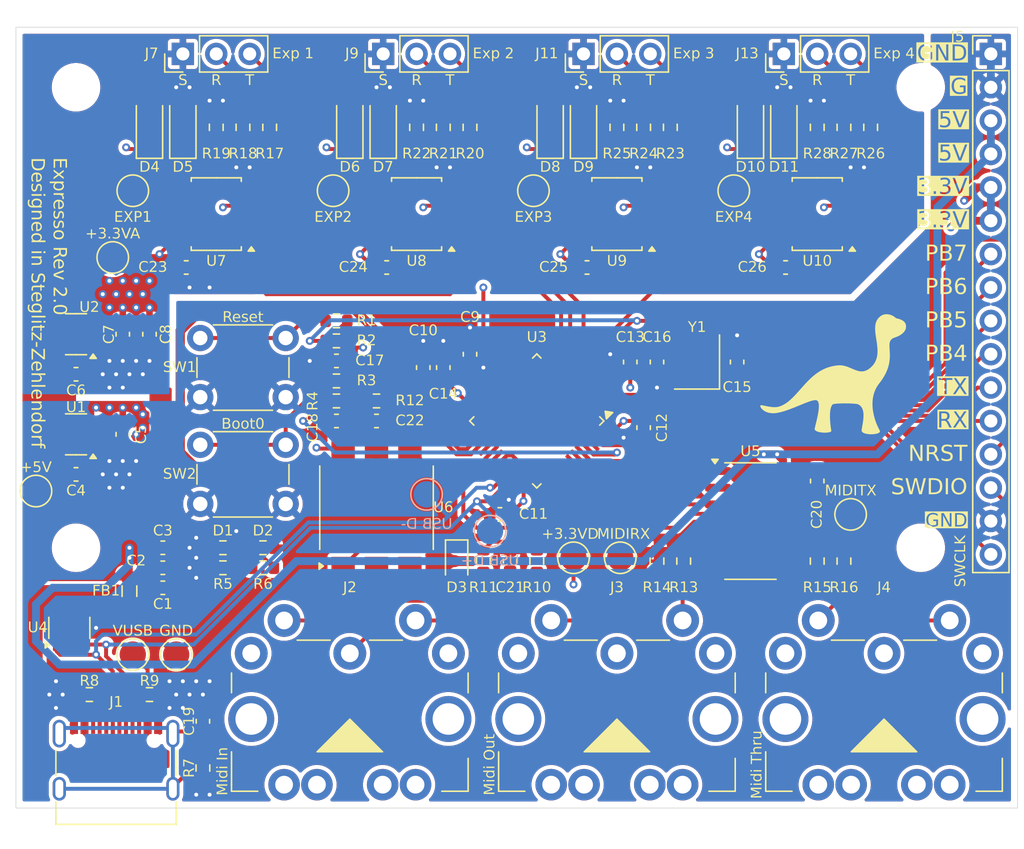
<source format=kicad_pcb>
(kicad_pcb (version 20241229) (generator "pcbnew") (generator_version "9.0")
  (layers (0 "F.Cu" signal) (4 "In1.Cu" signal) (6 "In2.Cu" signal) (2 "B.Cu" signal) (13 "F.Paste" user) (15 "B.Paste" user) (5 "F.SilkS" user "F.Silkscreen") (7 "B.SilkS" user "B.Silkscreen") (1 "F.Mask" user) (3 "B.Mask" user) (25 "Edge.Cuts" user))
  (net 0 "")
  (net 1 "GND")
  (net 2 "VUSB")
  (net 3 "+5V")
  (net 4 "+3.3V")
  (net 5 "+3.3VA")
  (net 6 "STM_NRST")
  (net 7 "STM_BOOT0")
  (net 8 "STM_RCC_OSC_OUT")
  (net 9 "STM_RCC_OSC_IN")
  (net 10 "Net-(C21-Pad1)")
  (net 11 "Net-(D1-A)")
  (net 12 "Net-(D2-A)")
  (net 13 "/Expression Inputs/Expression Input 1/EXP_SENSE")
  (net 14 "/Expression Inputs/Expression Input 2/EXP_SENSE")
  (net 15 "/Expression Inputs/Expression Input 3/EXP_SENSE")
  (net 16 "/Expression Inputs/Expression Input 4/EXP_SENSE")
  (net 17 "Net-(D3-A)")
  (net 18 "Net-(D3-K)")
  (net 20 "Net-(J1-CC2)")
  (net 22 "Net-(J1-CC1)")
  (net 25 "STM_SWDIO")
  (net 26 "STM_SWCLK")
  (net 27 "Net-(J7-Pin_2)")
  (net 28 "Net-(J7-Pin_3)")
  (net 29 "Net-(J2-Pad4)")
  (net 30 "STM_USART1_RX")
  (net 31 "Net-(J9-Pin_2)")
  (net 32 "Net-(J3-Pad4)")
  (net 33 "Net-(R15-Pad2)")
  (net 34 "Net-(J4-Pad4)")
  (net 35 "Net-(J3-Pad5)")
  (net 36 "Net-(J4-Pad5)")
  (net 37 "/Expression Inputs/Expression Input 1/EXP_REF")
  (net 38 "/Expression Inputs/Expression Input 2/EXP_REF")
  (net 39 "/Expression Inputs/Expression Input 3/EXP_REF")
  (net 40 "/Expression Inputs/Expression Input 4/EXP_REF")
  (net 41 "STM_LED1")
  (net 42 "STM_LED2")
  (net 43 "STM_ADC1_IN2")
  (net 44 "STM_USB_DP")
  (net 45 "STM_USB_DM")
  (net 46 "Net-(J9-Pin_3)")
  (net 47 "Net-(J11-Pin_2)")
  (net 48 "STM_USART1_TX")
  (net 49 "Net-(J11-Pin_3)")
  (net 50 "Net-(R1-Pad1)")
  (net 51 "Net-(R3-Pad1)")
  (net 52 "STM_ADC1_IN1")
  (net 53 "STM_USART2_RX")
  (net 54 "Net-(R13-Pad2)")
  (net 57 "STM_USART2_TX")
  (net 59 "STM_ADC1_IN3")
  (net 62 "STM_ADC1_IN4")
  (net 73 "Net-(J13-Pin_2)")
  (net 77 "Net-(J13-Pin_3)")
  (net 83 "/USB Connector/USB_SHIELD")
  (net 86 "STM_SPARE4")
  (net 87 "STM_SPARE2")
  (net 88 "STM_SPARE3")
  (net 89 "STM_SPARE1")
  (net 90 "Net-(U5-Pad4)")
  (net 91 "Net-(U5-Pad10)")
  (footprint "Capacitor_SMD:C_0603_1608Metric" (layer "F.Cu") (at 150.876 115.824)
    (property "Reference" "C22")
    (property "Value" "100n")
  )
  (footprint "MountingHole:MountingHole_3.2mm_M3" (layer "F.Cu") (at 192.278 90.424)
    (property "Reference" "H2" (hide yes))
    (property "Value" "MountingHole")
  )
  (footprint "Diode_SMD:D_SOD-323" (layer "F.Cu") (at 156.972 126.492 -90)
    (property "Reference" "D3")
    (property "Value" "1N4148WS")
  )
  (footprint "TestPoint:TestPoint_Pad_D2.0mm" (layer "F.Cu") (at 132.334 133.604)
    (property "Reference" "TP1" (hide yes))
    (property "Value" "VUSB")
  )
  (footprint "DIN5_MIDI_MultiGround:DIN5_MIDI_MultiGround" (layer "F.Cu") (at 189.484 133.51 90)
    (property "Reference" "J4")
    (property "Value" "Midi Thru")
  )
  (footprint "Connector_PinHeader_2.54mm:PinHeader_1x03_P2.54mm_Vertical" (layer "F.Cu") (at 181.864 87.884 90)
    (property "Reference" "J13")
    (property "Value" "Exp Connector")
  )
  (footprint "Diode_SMD:D_SOD-123" (layer "F.Cu") (at 179.324 93.472 90)
    (property "Reference" "D10")
    (property "Value" "B5819W SL")
  )
  (footprint "Resistor_SMD:R_0603_1608Metric" (layer "F.Cu") (at 186.436 93.472 -90)
    (property "Reference" "R27")
    (property "Value" "1k")
  )
  (footprint "Resistor_SMD:R_0603_1608Metric" (layer "F.Cu") (at 174.244 126.492 90)
    (property "Reference" "R13")
    (property "Value" "220")
  )
  (footprint "NE5532DR:NE5532DR" (layer "F.Cu") (at 153.924 100.076 180)
    (property "Reference" "U8")
    (property "Value" "NE5532")
  )
  (footprint "Capacitor_SMD:C_0603_1608Metric" (layer "F.Cu") (at 172.212 111.336 -90)
    (property "Reference" "C16")
    (property "Value" "12p")
  )
  (footprint "Capacitor_SMD:C_0603_1608Metric" (layer "F.Cu") (at 155.956 111.76 90)
    (property "Reference" "C14")
    (property "Value" "100n")
  )
  (footprint "Resistor_SMD:R_0603_1608Metric" (layer "F.Cu") (at 147.828 114.3)
    (property "Reference" "R4")
    (property "Value" "10k")
  )
  (footprint "Resistor_SMD:R_0603_1608Metric" (layer "F.Cu") (at 172.212 126.492 90)
    (property "Reference" "R14")
    (property "Value" "220")
  )
  (footprint "Capacitor_SMD:C_0603_1608Metric" (layer "F.Cu") (at 134.62 125.476)
    (property "Reference" "C3")
    (property "Value" "4.7u")
  )
  (footprint "Resistor_SMD:R_0603_1608Metric" (layer "F.Cu") (at 147.828 108.204)
    (property "Reference" "R1")
    (property "Value" "1k")
  )
  (footprint "Capacitor_SMD:C_0603_1608Metric" (layer "F.Cu") (at 170.18 111.336 90)
    (property "Reference" "C13")
    (property "Value" "100n")
  )
  (footprint "Resistor_SMD:R_0603_1608Metric" (layer "F.Cu") (at 157.988 93.472 -90)
    (property "Reference" "R20")
    (property "Value" "1k")
  )
  (footprint "Resistor_SMD:R_0603_1608Metric" (layer "F.Cu") (at 142.24 125.476 180)
    (property "Reference" "D2")
    (property "Value" "Red")
  )
  (footprint "Capacitor_SMD:C_0603_1608Metric" (layer "F.Cu") (at 131.572 116.84 -90)
    (property "Reference" "C5")
    (property "Value" "1u")
  )
  (footprint "Resistor_SMD:R_0603_1608Metric" (layer "F.Cu") (at 184.404 126.492 90)
    (property "Reference" "R15")
    (property "Value" "220")
  )
  (footprint "Inductor_SMD:L_0805_2012Metric" (layer "F.Cu") (at 132.08 128.778 90)
    (property "Reference" "FB1")
    (property "Value" "33Ω@100MHz")
  )
  (footprint "MountingHole:MountingHole_3.2mm_M3" (layer "F.Cu") (at 128.016 125.476)
    (property "Reference" "H3" (hide yes))
    (property "Value" "MountingHole")
  )
  (footprint "Package_TO_SOT_SMD:SOT-23-6" (layer "F.Cu") (at 127.508 131.572 90)
    (property "Reference" "U4")
    (property "Value" "SRV05-4")
  )
  (footprint "Resistor_SMD:R_0603_1608Metric" (layer "F.Cu") (at 163.068 126.492 90)
    (property "Reference" "R10")
    (property "Value" "220")
  )
  (footprint "NE5532DR:NE5532DR" (layer "F.Cu") (at 184.404 100.076 180)
    (property "Reference" "U10")
    (property "Value" "NE5532")
  )
  (footprint "Resistor_SMD:R_0603_1608Metric" (layer "F.Cu") (at 171.196 93.472 -90)
    (property "Reference" "R24")
    (property "Value" "1k")
  )
  (footprint "Resistor_SMD:R_0603_1608Metric" (layer "F.Cu") (at 138.684 93.472 90)
    (property "Reference" "R19")
    (property "Value" "2M")
  )
  (footprint "Diode_SMD:D_SOD-123" (layer "F.Cu") (at 181.864 93.472 90)
    (property "Reference" "D11")
    (property "Value" "B5819W SL")
  )
  (footprint "Resistor_SMD:R_0603_1608Metric" (layer "F.Cu") (at 139.192 127 180)
    (property "Reference" "R5")
    (property "Value" "470")
  )
  (footprint "Capacitor_SMD:C_0603_1608Metric" (layer "F.Cu") (at 184.404 120.396 -90)
    (property "Reference" "C20")
    (property "Value" "100n")
  )
  (footprint "Resistor_SMD:R_0603_1608Metric" (layer "F.Cu") (at 169.164 93.472 90)
    (property "Reference" "R25")
    (property "Value" "2M")
  )
  (footprint "Capacitor_SMD:C_0603_1608Metric" (layer "F.Cu") (at 133.604 109.22 -90)
    (property "Reference" "C8")
    (property "Value" "100n")
  )
  (footprint "SOP-6-2.54mm:SOP-6_6.35x8.51mm_P02.54mm" (layer "F.Cu") (at 150.876 122.428 90)
    (property "Reference" "U6")
    (property "Value" "H11L1")
  )
  (footprint "Resistor_SMD:R_0603_1608Metric" (layer "F.Cu") (at 142.24 127 180)
    (property "Reference" "R6")
    (property "Value" "470")
  )
  (footprint "Diode_SMD:D_SOD-123" (layer "F.Cu") (at 166.624 93.472 90)
    (property "Reference" "D9")
    (property "Value" "B5819W SL")
  )
  (footprint "Capacitor_SMD:C_0603_1608Metric" (layer "F.Cu") (at 137.668 138.684 90)
    (property "Reference" "C19")
    (property "Value" "4.7n")
  )
  (footprint "NE5532DR:NE5532DR" (layer "F.Cu") (at 169.164 100.076 180)
    (property "Reference" "U9")
    (property "Value" "NE5532")
  )
  (footprint "TestPoint:TestPoint_Pad_D2.0mm" (layer "F.Cu") (at 169.418 126.238)
    (property "Reference" "TP6" (hide yes))
    (property "Value" "MIDI_RX")
  )
  (footprint "Connector_PinHeader_2.54mm:PinHeader_1x03_P2.54mm_Vertical" (layer "F.Cu") (at 166.624 87.884 90)
    (property "Reference" "J11")
    (property "Value" "Exp Connector")
  )
  (footprint "Resistor_SMD:R_0603_1608Metric" (layer "F.Cu") (at 173.228 93.472 -90)
    (property "Reference" "R23")
    (property "Value" "1k")
  )
  (footprint "Capacitor_SMD:C_0603_1608Metric" (layer "F.Cu") (at 166.891 104.14)
    (property "Reference" "C25")
    (property "Value" "100n")
  )
  (footprint "Resistor_SMD:R_0603_1608Metric" (layer "F.Cu") (at 137.668 142.24 -90)
    (property "Reference" "R7")
    (property "Value" "1M")
  )
  (footprint "Package_TO_SOT_SMD:SOT-23-3" (layer "F.Cu") (at 128.016 116.84 180)
    (property "Reference" "U1")
    (property "Value" "XC6206P332MR")
  )
  (footprint "TestPoint:TestPoint_Pad_D2.0mm" (layer "F.Cu") (at 132.334 98.298)
    (property "Reference" "TP8" (hide yes))
    (property "Value" "EXP")
  )
  (footprint "Resistor_SMD:R_0603_1608Metric" (layer "F.Cu") (at 129.032 136.652 180)
    (property "Reference" "R8")
    (property "Value" "5.1k")
  )
  (footprint "Button_Switch_THT:SW_PUSH_6mm" (layer "F.Cu") (at 143.966 114.01 180)
    (property "Reference" "SW1")
    (property "Value" "Reset")
  )
  (footprint "Resistor_SMD:R_0603_1608Metric" (layer "F.Cu") (at 155.956 93.472 -90)
    (property "Reference" "R21")
    (property "Value" "1k")
  )
  (footprint "Capacitor_SMD:C_0603_1608Metric" (layer "F.Cu") (at 128.016 119.888)
    (property "Reference" "C4")
    (property "Value" "1u")
  )
  (footprint "Resistor_SMD:R_0603_1608Metric" (layer "F.Cu") (at 186.436 126.492 90)
    (property "Reference" "R16")
    (property "Value" "220")
  )
  (footprint "TestPoint:TestPoint_Pad_D2.0mm" (layer "F.Cu") (at 162.814 98.298)
    (property "Reference" "TP10" (hide yes))
    (property "Value" "EXP")
  )
  (footprint "Capacitor_SMD:C_0603_1608Metric" (layer "F.Cu") (at 161.036 126.492 90)
    (property "Reference" "C21")
    (property "Value" "100n")
  )
  (footprint "Button_Switch_THT:SW_PUSH_6mm" (layer "F.Cu") (at 143.966 122.138 180)
    (property "Reference" "SW2")
    (property "Value" "Boot0")
  )
  (footprint "Diode_SMD:D_SOD-123" (layer "F.Cu") (at 164.084 93.472 90)
    (property "Reference" "D8")
    (property "Value" "B5819W SL")
  )
  (footprint "Connector_PinHeader_2.54mm:PinHeader_1x03_P2.54mm_Vertical" (layer "F.Cu") (at 151.384 87.884 90)
    (property "Reference" "J9")
    (property "Value" "Exp Connector")
  )
  (footprint "Resistor_SMD:R_0603_1608Metric" (layer "F.Cu") (at 159.004 126.492 -90)
    (property "Reference" "R11")
    (property "Value" "1k")
  )
  (footprint "Capacitor_SMD:C_0603_1608Metric" (layer "F.Cu") (at 136.398 104.14)
    (property "Reference" "C23")
    (property "Value" "100n")
  )
  (footprint "Resistor_SMD:R_0603_1608Metric" (layer "F.Cu") (at 147.828 109.728)
    (property "Reference" "R2")
    (property "Value" "10k")
  )
  (footprint "Connector_USB:USB_C_Receptacle_G-Switch_GT-USB-7010ASV" (layer "F.Cu") (at 131.064 142.748)
    (property "Reference" "J1")
    (property "Value" "USB_C_Receptacle_USB2.0_16P")
  )
  (footprint "Resistor_SMD:R_0603_1608Metric" (layer "F.Cu") (at 142.748 93.472 -90)
    (property "Reference" "R17")
    (property "Value" "1k")
  )
  (footprint "TestPoint:TestPoint_Pad_D2.0mm" (layer "F.Cu") (at 147.574 98.298)
    (property "Reference" "TP9" (hide yes))
    (property "Value" "EXP")
  )
  (footprint "TestPoint:TestPoint_Pad_D2.0mm" (layer "F.Cu") (at 124.968 121.158)
    (property "Reference" "TP2" (hide yes))
    (property "Value" "+5V")
  )
  (footprint "Diode_SMD:D_SOD-123" (layer "F.Cu") (at 133.604 93.472 90)
    (property "Reference" "D4")
    (property "Value" "B5819W SL")
  )
  (footprint "Connector_PinHeader_2.54mm:PinHeader_1x03_P2.54mm_Vertical" (layer "F.Cu") (at 136.144 87.884 90)
    (property "Reference" "J7")
    (property "Value" "Exp Connector")
  )
  (footprint "Capacitor_SMD:C_0603_1608Metric" (layer "F.Cu") (at 131.572 109.22 -90)
    (property "Reference" "C7")
    (property "Value" "1u")
  )
  (footprint "Resistor_SMD:R_0603_1608Metric" (layer "F.Cu") (at 147.828 112.776)
    (property "Reference" "R3")
    (property "Value" "1k")
  )
  (footprint "Capacitor_SMD:C_0603_1608Metric" (layer "F.Cu") (at 151.651 104.14)
    (property "Reference" "C24")
    (property "Value" "100n")
  )
  (footprint "Crystal:Crystal_SMD_3225-4Pin_3.2x2.5mm" (layer "F.Cu") (at 175.26 111.336 90)
    (property "Reference" "Y1")
    (property "Value" "16 MHz")
  )
  (footprint "Resistor_SMD:R_0603_1608Metric" (layer "F.Cu") (at 184.404 93.472 90)
    (property "Reference" "R28")
    (property "Value" "2M")
  )
  (footprint "NE5532DR:NE5532DR" (layer "F.Cu") (at 138.684 100.076 180)
    (property "Reference" "U7")
    (property "Value" "NE5532")
  )
  (footprint "Diode_SMD:D_SOD-123" (layer "F.Cu") (at 148.844 93.472 90)
    (property "Reference" "D6")
    (property "Value" "B5819W SL")
  )
  (footprint "Resistor_SMD:R_0603_1608Metric" (layer "F.Cu") (at 133.604 136.652)
    (property "Reference" "R9")
    (property "Value" "5.1k")
  )
  (footprint "DIN5_MIDI_MultiGround:DIN5_MIDI_MultiGround" (layer "F.Cu") (at 169.164 133.51 90)
    (property "Reference" "J3")
    (property "Value" "Midi Out")
  )
  (footprint "Connector_PinHeader_2.54mm:PinHeader_1x16_P2.54mm_Vertical" (layer "F.Cu") (at 197.612 87.884)
    (property "Reference" "J5")
    (property "Value" "Debug")
  )
  (footprint "Diode_SMD:D_SOD-123" (layer "F.Cu") (at 151.384 93.472 90)
    (property "Reference" "D7")
    (property "Value" "B5819W SL")
  )
  (footprint "MountingHole:MountingHole_3.2mm_M3" (layer "F.Cu") (at 128.016 90.424)
    (property "Reference" "H1" (hide yes))
    (property "Value" "MountingHole")
  )
  (footprint "Package_SO:SOIC-14_3.9x8.7mm_P1.27mm" (layer "F.Cu") (at 179.324 123.444)
    (property "Reference" "U5")
    (property "Value" "74HC14")
  )
  (footprint "Resistor_SMD:R_0603_1608Metric" (layer "F.Cu") (at 139.192 125.476 180)
    (property "Reference" "D1")
    (property "Value" "Red")
  )
  (footprint "Capacitor_SMD:C_0603_1608Metric" (layer "F.Cu") (at 128.016 112.268)
    (property "Reference" "C6")
    (property "Value" "1u")
  )
  (footprint "MountingHole:MountingHole_3.2mm_M3" (layer "F.Cu") (at 192.278 125.476)
    (property "Reference" "H4" (hide yes))
    (property "Value" "MountingHole")
  )
  (footprint "Capacitor_SMD:C_0603_1608Metric" (layer "F.Cu") (at 171.196 116.332 -90)
    (property "Reference" "C12")
    (property "Value" "100n")
  )
  (footprint "Capacitor_SMD:C_0603_1608Metric" (layer "F.Cu") (at 134.62 127)
    (property "Reference" "C2")
    (property "Value" "100n")
  )
  (footprint "TestPoint:TestPoint_Pad_D2.0mm" (layer "F.Cu") (at 130.81 103.378)
    (property "Reference" "TP4" (hide yes))
    (property "Value" "+3.3VA")
  )
  (footprint "Resistor_SMD:R_0603_1608Metric" (layer "F.Cu") (at 153.924 93.472 90)
    (property "Reference" "R22")
    (property "Value" "2M")
  )
  (footprint "Resistor_SMD:R_0603_1608Metric" (layer "F.Cu") (at 150.876 114.3)
    (property "Reference" "R12")
    (property "Value" "1k")
  )
  (footprint "Capacitor_SMD:C_0603_1608Metric" (layer "F.Cu") (at 178.308 111.336 90)
    (property "Reference" "C15")
    (property "Value" "12p")
  )
  (footprint "Capacitor_SMD:C_0603_1608Metric" (layer "F.Cu") (at 134.62 128.524)
    (property "Reference" "C1")
    (property "Value" "10n")
  )
  (footprint "DIN5_MIDI_MultiGround:DIN5_MIDI_MultiGround" (layer "F.Cu") (at 148.844 133.51 90)
    (property "Reference" "J2")
    (property "Value" "Midi In")
  )
  (footprint "Capacitor_SMD:C_0603_1608Metric" (layer "F.Cu") (at 154.432 111.76 90)
    (property "Reference" "C10")
    (property "Value" "10u")
  )
  (footprint "TestPoint:TestPoint_Pad_D2.0mm" (layer "F.Cu") (at 178.054 98.298)
    (property "Reference" "TP11" (hide yes))
    (property "Value" "EXP")
  )
  (footprint "Capacitor_SMD:C_0603_1608Metric" (layer "F.Cu") (at 147.828 115.824 180)
    (property "Reference" "C18")
    (property "Value" "100n")
  )
  (footprint "TestPoint:TestPoint_Pad_D2.0mm" (layer "F.Cu") (at 135.636 133.604)
    (property "Reference" "TP5" (hide yes))
    (property "Value" "GND")
  )
  (footprint "TestPoint:TestPoint_Pad_D2.0mm" (layer "F.Cu") (at 165.862 126.238)
    (property "Reference" "TP3" (hide yes))
    (property "Value" "+3.3V")
  )
  (footprint "Resistor_SMD:R_0603_1608Metric" (layer "F.Cu") (at 188.468 93.472 -90)
    (property "Reference" "R26")
    (property "Value" "1k")
  )
  (footprint "Capacitor_SMD:C_0603_1608Metric" (layer "F.Cu") (at 160.261 122.936 180)
    (property "Reference" "C11")
    (property "Value" "100n")
  )
  (footprint "Capacitor_SMD:C_0603_1608Metric" (layer "F.Cu") (at 147.828 111.252 180)
    (property "Reference" "C17")
    (property "Value" "100n")
  )
  (footprint "TestPoint:TestPoint_Pad_D2.0mm" (layer "F.Cu") (at 186.944 122.936)
    (property "Reference" "TP7" (hide yes))
    (property "Value" "MIDI_TX")
  )
  (footprint "Diode_SMD:D_SOD-123" (layer "F.Cu") (at 136.144 93.472 90)
    (property "Reference" "D5")
    (property "Value" "B5819W SL")
  )
  (footprint "Capacitor_SMD:C_0603_1608Metric" (layer "F.Cu") (at 181.9975 104.14)
    (property "Reference" "C26")
    (property "Value" "100n")
  )
  (footprint "Capacitor_SMD:C_0603_1608Metric" (layer "F.Cu") (at 157.988 110.744 90)
    (property "Reference" "C9")
    (property "Value" "100n")
  )
  (footprint "Package_QFP:LQFP-48_7x7mm_P0.5mm" (layer "F.Cu") (at 163.068 115.824 -135)
    (property "Reference" "U3")
    (property "Value" "STM32G431CBT6")
  )
  (footprint "Resistor_SMD:R_0603_1608Metric" (layer "F.Cu") (at 140.716 93.472 -90)
    (property "Reference" "R18")
    (property "Value" "1k")
  )
  (footprint "Package_TO_SOT_SMD:SOT-23-3" (layer "F.Cu") (at 128.016 109.22 180)
    (property "Reference" "U2")
    (property "Value" "XC6206P332MR")
  )
  (footprint "TestPoint:TestPoint_Pad_D2.0mm" (layer "B.Cu") (at 154.686 121.412)
    (property "Reference" "TP12" (hide yes))
    (property "Value" "USB D-")
  )
  (footprint "TestPoint:TestPoint_Pad_D2.0mm" (layer "B.Cu") (at 159.512 124.206)
    (property "Reference" "TP13" (hide yes))
    (property "Value" "USB D+")
  )
  (gr_poly (pts (xy 189.636977 107.698471) (xy 189.595299 107.70128) (xy 189.553637 107.706276) (xy 189.512075 107.713557) (xy 189.470699 107.723222) (xy 189.429593 107.73537) (xy 189.388844 107.7501) (xy 189.348536 107.767512) (xy 189.308755 107.787705) (xy 189.269586 107.810777) (xy 189.231114 107.836828) (xy 189.2313 107.836826) (xy 189.13203 107.917771) (xy 189.048261 108.004933) (xy 188.97893 108.097959) (xy 188.922972 108.196495) (xy 188.879324 108.300188) (xy 188.846922 108.408684) (xy 188.824703 108.521629) (xy 188.811603 108.638671) (xy 188.806558 108.759456) (xy 188.808504 108.883629) (xy 188.829117 109.140729) (xy 188.864932 109.407143) (xy 188.90744 109.680043) (xy 188.948131 109.956599) (xy 188.978496 110.233984) (xy 188.987147 110.372104) (xy 188.990025 110.50937) (xy 188.986068 110.64543) (xy 188.97421 110.779928) (xy 188.953389 110.912513) (xy 188.922541 111.04283) (xy 188.880602 111.170526) (xy 188.826508 111.295248) (xy 188.759197 111.416641) (xy 188.677603 111.534352) (xy 188.580664 111.648028) (xy 188.467315 111.757316) (xy 188.385436 111.824762) (xy 188.305153 111.88226) (xy 188.226338 111.930335) (xy 188.148867 111.969513) (xy 188.072614 112.00032) (xy 187.997452 112.023281) (xy 187.923256 112.038923) (xy 187.8499 112.047772) (xy 187.777259 112.050352) (xy 187.705205 112.047191) (xy 187.633614 112.038813) (xy 187.562359 112.025745) (xy 187.491314 112.008512) (xy 187.420355 111.98764) (xy 187.278186 111.937084) (xy 186.989324 111.815441) (xy 186.840618 111.752768) (xy 186.687718 111.69447) (xy 186.609381 111.668275) (xy 186.529618 111.644752) (xy 186.448303 111.624425) (xy 186.365311 111.607821) (xy 186.280515 111.595465) (xy 186.193789 111.587884) (xy 186.105008 111.585602) (xy 186.014045 111.589147) (xy 185.798941 111.611618) (xy 185.593399 111.646837) (xy 185.396946 111.694014) (xy 185.209107 111.752363) (xy 185.029408 111.821096) (xy 184.857372 111.899425) (xy 184.692527 111.986562) (xy 184.534396 112.08172) (xy 184.382506 112.184111) (xy 184.236381 112.292947) (xy 184.095546 112.40744) (xy 183.959528 112.526803) (xy 183.70004 112.776988) (xy 183.454119 113.037198) (xy 182.987787 113.562491) (xy 182.759779 113.81497) (xy 182.530147 114.052267) (xy 182.295092 114.268082) (xy 182.174344 114.365964) (xy 182.050816 114.456113) (xy 181.924033 114.537739) (xy 181.793521 114.610057) (xy 181.658805 114.672277) (xy 181.51941 114.723613) (xy 181.468387 114.738301) (xy 181.415936 114.75015) (xy 181.307486 114.766015) (xy 181.195521 114.772585) (xy 181.081502 114.771235) (xy 180.966891 114.763338) (xy 180.853148 114.75027) (xy 180.741736 114.733406) (xy 180.634114 114.714121) (xy 180.270765 114.640269) (xy 180.204017 114.629503) (xy 180.149829 114.624565) (xy 180.10966 114.626831) (xy 180.095289 114.631095) (xy 180.084972 114.637676) (xy 180.077414 114.647733) (xy 180.072703 114.660726) (xy 180.070853 114.676413) (xy 180.071878 114.694553) (xy 180.075791 114.714901) (xy 180.082605 114.737218) (xy 180.092335 114.761259) (xy 180.104994 114.786783) (xy 180.120596 114.813548) (xy 180.139155 114.841311) (xy 180.160683 114.869831) (xy 180.185196 114.898864) (xy 180.212706 114.928169) (xy 180.243227 114.957504) (xy 180.276772 114.986626) (xy 180.313357 115.015293) (xy 180.352993 115.043262) (xy 180.395695 115.070292) (xy 180.441477 115.096141) (xy 180.490352 115.120565) (xy 180.542333 115.143323) (xy 180.597436 115.164173) (xy 180.655672 115.182872) (xy 180.717056 115.199178) (xy 180.781601 115.21285) (xy 180.849322 115.223643) (xy 180.920231 115.231317) (xy 180.994343 115.23563) (xy 181.071671 115.236338) (xy 181.152229 115.233199) (xy 181.23603 115.225973) (xy 181.323088 115.214415) (xy 181.539253 115.172608) (xy 181.764168 115.114839) (xy 181.995258 115.044033) (xy 182.229943 114.963116) (xy 182.69979 114.782649) (xy 183.153086 114.596838) (xy 183.569206 114.429085) (xy 183.756881 114.359293) (xy 183.927529 114.302791) (xy 184.078571 114.262504) (xy 184.20743 114.241358) (xy 184.262735 114.238876) (xy 184.311528 114.242277) (xy 184.353486 114.251925) (xy 184.388286 114.268186) (xy 184.418874 114.292137) (xy 184.445265 114.322295) (xy 184.467647 114.358314) (xy 184.486205 114.399847) (xy 184.501126 114.446548) (xy 184.512597 114.498071) (xy 184.520803 114.554069) (xy 184.525931 114.614195) (xy 184.527696 114.74545) (xy 184.519383 114.889064) (xy 184.502482 115.042266) (xy 184.478483 115.202284) (xy 184.448875 115.366348) (xy 184.415149 115.531686) (xy 184.341301 115.855103) (xy 184.209746 116.395304) (xy 184.205925 116.429568) (xy 184.210223 116.461805) (xy 184.222106 116.492032) (xy 184.241042 116.520264) (xy 184.266499 116.546517) (xy 184.297944 116.570808) (xy 184.334845 116.593153) (xy 184.37667 116.613566) (xy 184.422886 116.632065) (xy 184.472961 116.648664) (xy 184.582559 116.676231) (xy 184.701204 116.696393) (xy 184.824637 116.709278) (xy 184.9486 116.715014) (xy 185.068833 116.713728) (xy 185.181079 116.705548) (xy 185.281077 116.690601) (xy 185.36457 116.669015) (xy 185.398795 116.655772) (xy 185.427297 116.640917) (xy 185.449543 116.624465) (xy 185.465001 116.606434) (xy 185.473138 116.586839) (xy 185.473422 116.565695) (xy 185.434868 116.317396) (xy 185.401932 116.039417) (xy 185.379101 115.746423) (xy 185.372877 115.598879) (xy 185.370863 115.45308) (xy 185.37362 115.31086) (xy 185.381708 115.174052) (xy 185.395689 115.04449) (xy 185.416123 114.924006) (xy 185.443573 114.814434) (xy 185.478598 114.717607) (xy 185.499127 114.674546) (xy 185.52176 114.635358) (xy 185.546568 114.600273) (xy 185.57362 114.56952) (xy 185.589056 114.558652) (xy 185.61268 114.54861) (xy 185.682359 114.530933) (xy 185.778394 114.516356) (xy 185.896522 114.504744) (xy 186.182 114.489875) (xy 186.504685 114.485251) (xy 186.83047 114.489794) (xy 187.125246 114.502429) (xy 187.354905 114.522078) (xy 187.434657 114.534197) (xy 187.48534 114.547666) (xy 187.550891 114.578322) (xy 187.610069 114.6142) (xy 187.663149 114.65498) (xy 187.710404 114.700342) (xy 187.752107 114.749965) (xy 187.788533 114.803528) (xy 187.819954 114.860711) (xy 187.846644 114.921193) (xy 187.868877 114.984654) (xy 187.886926 115.050773) (xy 187.901066 115.119229) (xy 187.911568 115.189703) (xy 187.918708 115.261872) (xy 187.922759 115.335417) (xy 187.922686 115.485353) (xy 187.913539 115.636944) (xy 187.897506 115.787627) (xy 187.876776 115.934836) (xy 187.853537 116.076008) (xy 187.808287 116.32998) (xy 187.790654 116.43765) (xy 187.779266 116.529025) (xy 187.780294 116.56831) (xy 187.790421 116.604789) (xy 187.809007 116.638493) (xy 187.835414 116.669452) (xy 187.869003 116.697699) (xy 187.909136 116.723263) (xy 187.955174 116.746176) (xy 188.006478 116.76647) (xy 188.062411 116.784175) (xy 188.122334 116.799323) (xy 188.251593 116.822072) (xy 188.389149 116.834965) (xy 188.529892 116.838253) (xy 188.668714 116.832183) (xy 188.800507 116.817007) (xy 188.920162 116.792972) (xy 188.973842 116.777711) (xy 189.022572 116.760329) (xy 189.065713 116.740857) (xy 189.102628 116.719327) (xy 189.132676 116.695769) (xy 189.155221 116.670214) (xy 189.169622 116.642695) (xy 189.175243 116.613241) (xy 189.171444 116.581885) (xy 189.157586 116.548656) (xy 189.066477 116.376031) (xy 188.978455 116.188569) (xy 188.8954 115.987978) (xy 188.81919 115.775965) (xy 188.751707 115.554235) (xy 188.69483 115.324497) (xy 188.650438 115.088456) (xy 188.620413 114.847819) (xy 188.606632 114.604294) (xy 188.610977 114.359587) (xy 188.620534 114.237323) (xy 188.635328 114.115404) (xy 188.655592 113.994043) (xy 188.681563 113.873453) (xy 188.713475 113.753847) (xy 188.751563 113.63544) (xy 188.796063 113.518443) (xy 188.847208 113.403072) (xy 188.905235 113.289538) (xy 188.970378 113.178055) (xy 189.042872 113.068837) (xy 189.122952 112.962097) (xy 189.262296 112.77864) (xy 189.385087 112.599882) (xy 189.492321 112.425833) (xy 189.584994 112.256503) (xy 189.664101 112.0919) (xy 189.730638 111.932036) (xy 189.785602 111.776918) (xy 189.829988 111.626557) (xy 189.864792 111.480962) (xy 189.891009 111.340143) (xy 189.921669 111.072867) (xy 189.929933 110.824807) (xy 189.92377 110.596038) (xy 189.900026 110.196675) (xy 189.898379 110.026233) (xy 189.914171 109.875384) (xy 189.931096 109.807331) (xy 189.955369 109.744204) (xy 189.987984 109.686014) (xy 190.029939 109.63277) (xy 190.082228 109.584481) (xy 190.145848 109.541156) (xy 190.221795 109.502806) (xy 190.311064 109.469439) (xy 190.395469 109.44046) (xy 190.477441 109.408436) (xy 190.556604 109.373433) (xy 190.632582 109.335519) (xy 190.705 109.294761) (xy 190.773481 109.251225) (xy 190.837651 109.204979) (xy 190.897132 109.15609) (xy 190.95155 109.104624) (xy 191.000529 109.050649) (xy 191.043692 108.994232) (xy 191.062976 108.965129) (xy 191.080665 108.93544) (xy 191.096712 108.905174) (xy 191.111071 108.874339) (xy 191.123694 108.842944) (xy 191.134535 108.810998) (xy 191.143546 108.778507) (xy 191.150681 108.745482) (xy 191.155892 108.711929) (xy 191.159132 108.677858) (xy 191.160494 108.623138) (xy 191.157405 108.571594) (xy 191.150145 108.523124) (xy 191.138994 108.477624) (xy 191.124233 108.43499) (xy 191.106142 108.39512) (xy 191.085001 108.357909) (xy 191.061091 108.323254) (xy 191.034691 108.291052) (xy 191.006083 108.261199) (xy 190.975546 108.233591) (xy 190.94336 108.208125) (xy 190.909807 108.184698) (xy 190.875165 108.163206) (xy 190.839717 108.143546) (xy 190.803741 108.125614) (xy 190.731329 108.094519) (xy 190.660172 108.069095) (xy 190.592511 108.048512) (xy 190.53059 108.031944) (xy 190.432936 108.007539) (xy 190.401687 107.998045) (xy 190.391438 107.993614) (xy 190.385147 107.989254) (xy 190.342406 107.948814) (xy 190.292564 107.908799) (xy 190.236303 107.869999) (xy 190.174305 107.833207) (xy 190.107252 107.799217) (xy 190.035826 107.768819) (xy 189.960709 107.742808) (xy 189.92198 107.731695) (xy 189.882584 107.721975) (xy 189.842606 107.713748) (xy 189.802132 107.707113) (xy 189.761247 107.702169) (xy 189.720036 107.699014) (xy 189.678584 107.697748)) (stroke (width 0) (color 35 31 32 1)) (fill yes) (layer "F.SilkS"))
  (gr_rect (start 123.444 85.852) (end 199.644 145.288) (stroke (width 0.05)) (fill no) (layer "Edge.Cuts"))
  (gr_text "Boot0" (at 140.716 116.078 0) (layer "F.SilkS") (effects (font (size 0.8 0.8) (thickness 0.025))))
  (gr_text "GND" (at 195.834 87.884 0) (layer "F.SilkS" knockout) (effects (font (size 1.2 1.2) (thickness 0.025)) (justify right)))
  (gr_text "TX" (at 195.834 113.284 0) (layer "F.SilkS" knockout) (effects (font (size 1.2 1.2) (thickness 0.025)) (justify right)))
  (gr_text "+5V" (at 124.968 119.38 0) (layer "F.SilkS") (effects (font (size 0.8 0.8) (thickness 0.025))))
  (gr_text "R" (at 153.924 89.916 0) (layer "F.SilkS") (effects (font (size 0.8 0.8) (thickness 0.025))))
  (gr_text "S" (at 136.144 89.916 0) (layer "F.SilkS") (effects (font (size 0.8 0.8) (thickness 0.025))))
  (gr_text "S" (at 181.864 89.916 0) (layer "F.SilkS") (effects (font (size 0.8 0.8) (thickness 0.025))))
  (gr_text "R" (at 169.164 89.916 0) (layer "F.SilkS") (effects (font (size 0.8 0.8) (thickness 0.025))))
  (gr_text "Exp 1" (at 144.526 87.884 0) (layer "F.SilkS") (effects (font (size 0.8 0.8) (thickness 0.025))))
  (gr_text "EXP1" (at 132.334 100.33 0) (layer "F.SilkS") (effects (font (size 0.8 0.8) (thickness 0.025))))
  (gr_text "NRST" (at 195.834 118.364 0) (layer "F.SilkS") (effects (font (size 1.2 1.2) (thickness 0.025)) (justify right)))
  (gr_text "EXP3" (at 162.814 100.33 0) (layer "F.SilkS") (effects (font (size 0.8 0.8) (thickness 0.025))))
  (gr_text "GND" (at 135.636 131.826 0) (layer "F.SilkS") (effects (font (size 0.8 0.8) (thickness 0.025))))
  (gr_text "Expresso Rev 2.0\nDesigned in Steglitz-Zehlendorf" (at 124.46 95.758 270) (layer "F.SilkS") (effects (font (size 1 1) (thickness 0.025)) (justify left bottom)))
  (gr_text "3.3V" (at 195.834 98.044 0) (layer "F.SilkS" knockout) (effects (font (size 1.2 1.2) (thickness 0.025)) (justify right)))
  (gr_text "+3.3VD" (at 165.608 124.46 0) (layer "F.SilkS") (effects (font (size 0.8 0.8) (thickness 0.025))))
  (gr_text "MIDITX" (at 186.944 121.158 0) (layer "F.SilkS") (effects (font (size 0.8 0.8) (thickness 0.025))))
  (gr_text "3.3V" (at 195.834 100.584 0) (layer "F.SilkS" knockout) (effects (font (size 1.2 1.2) (thickness 0.025)) (justify right)))
  (gr_text "PB6" (at 195.834 105.664 0) (layer "F.SilkS") (effects (font (size 1.2 1.2) (thickness 0.025)) (justify right)))
  (gr_text "T" (at 141.224 89.916 0) (layer "F.SilkS") (effects (font (size 0.8 0.8) (thickness 0.025))))
  (gr_text "T" (at 171.704 89.916 0) (layer "F.SilkS") (effects (font (size 0.8 0.8) (thickness 0.025))))
  (gr_text "PB5" (at 195.834 108.204 0) (layer "F.SilkS") (effects (font (size 1.2 1.2) (thickness 0.025)) (justify right)))
  (gr_text "T" (at 186.944 89.916 0) (layer "F.SilkS") (effects (font (size 0.8 0.8) (thickness 0.025))))
  (gr_text "MIDIRX" (at 169.672 124.46 0) (layer "F.SilkS") (effects (font (size 0.8 0.8) (thickness 0.025))))
  (gr_text "SWDIO" (at 195.834 120.904 0) (layer "F.SilkS") (effects (font (size 1.2 1.2) (thickness 0.025)) (justify right)))
  (gr_text "Midi Out" (at 159.512 141.986 90) (layer "F.SilkS") (effects (font (size 0.8 0.8) (thickness 0.025))))
  (gr_text "Exp 3" (at 175.006 87.884 0) (layer "F.SilkS") (effects (font (size 0.8 0.8) (thickness 0.025))))
  (gr_text "+3.3VA" (at 130.81 101.6 0) (layer "F.SilkS") (effects (font (size 0.8 0.8) (thickness 0.025))))
  (gr_text "Exp 2" (at 159.766 87.884 0) (layer "F.SilkS") (effects (font (size 0.8 0.8) (thickness 0.025))))
  (gr_text "PB4" (at 195.834 110.744 0) (layer "F.SilkS") (effects (font (size 1.2 1.2) (thickness 0.025)) (justify right)))
  (gr_text "RX" (at 195.834 115.824 0) (layer "F.SilkS" knockout) (effects (font (size 1.2 1.2) (thickness 0.025)) (justify right)))
  (gr_text "EXP4" (at 178.054 100.33 0) (layer "F.SilkS") (effects (font (size 0.8 0.8) (thickness 0.025))))
  (gr_text "SWCLK" (at 195.326 126.492 90) (layer "F.SilkS") (effects (font (size 0.8 0.8) (thickness 0.025))))
  (gr_text "VUSB" (at 132.334 131.826 0) (layer "F.SilkS") (effects (font (size 0.8 0.8) (thickness 0.025))))
  (gr_text "S" (at 166.624 89.916 0) (layer "F.SilkS") (effects (font (size 0.8 0.8) (thickness 0.025))))
  (gr_text "R" (at 138.684 89.916 0) (layer "F.SilkS") (effects (font (size 0.8 0.8) (thickness 0.025))))
  (gr_text "5V" (at 195.834 95.504 0) (layer "F.SilkS" knockout) (effects (font (size 1.2 1.2) (thickness 0.025)) (justify right)))
  (gr_text "Exp 4" (at 190.246 87.884 0) (layer "F.SilkS") (effects (font (size 0.8 0.8) (thickness 0.025))))
  (gr_text "5V" (at 195.834 92.964 0) (layer "F.SilkS" knockout) (effects (font (size 1.2 1.2) (thickness 0.025)) (justify right)))
  (gr_text "Reset" (at 140.716 107.95 0) (layer "F.SilkS") (effects (font (size 0.8 0.8) (thickness 0.025))))
  (gr_text "Midi Thru" (at 179.832 141.986 90) (layer "F.SilkS") (effects (font (size 0.8 0.8) (thickness 0.025))))
  (gr_text "PB7" (at 195.834 103.124 0) (layer "F.SilkS") (effects (font (size 1.2 1.2) (thickness 0.025)) (justify right)))
  (gr_text "Midi In" (at 139.192 142.494 90) (layer "F.SilkS") (effects (font (size 0.8 0.8) (thickness 0.025))))
  (gr_text "G" (at 195.834 90.424 0) (layer "F.SilkS" knockout) (effects (font (size 1.2 1.2) (thickness 0.025)) (justify right)))
  (gr_text "EXP2" (at 147.574 100.33 0) (layer "F.SilkS") (effects (font (size 0.8 0.8) (thickness 0.025))))
  (gr_text "R" (at 184.404 89.916 0) (layer "F.SilkS") (effects (font (size 0.8 0.8) (thickness 0.025))))
  (gr_text "T" (at 156.464 89.916 0) (layer "F.SilkS") (effects (font (size 0.8 0.8) (thickness 0.025))))
  (gr_text "GND" (at 195.834 123.444 0) (layer "F.SilkS" knockout) (effects (font (size 1 1) (thickness 0.025)) (justify right)))
  (gr_text "S" (at 151.384 89.916 0) (layer "F.SilkS") (effects (font (size 0.8 0.8) (thickness 0.025))))
  (gr_text "USB D+" (at 159.512 126.492 0) (layer "B.SilkS") (effects (font (size 0.8 0.8) (thickness 0.025)) (justify mirror)))
  (gr_text "USB D-" (at 154.686 123.698 0) (layer "B.SilkS") (effects (font (size 0.8 0.8) (thickness 0.025)) (justify mirror)))
  (segment (start 129.1535 117.79) (end 129.1535 118.7505) (width 0.3) (layer "F.Cu") (net 1))
  (segment (start 170.631251 117.671749) (end 168.097729 117.671749) (width 0.3) (layer "F.Cu") (net 1))
  (segment (start 131.397 110.17) (end 131.572 109.995) (width 0.3) (layer "F.Cu") (net 1))
  (segment (start 135.395 127) (end 136.652 127) (width 0.3) (layer "F.Cu") (net 1))
  (segment (start 159.486 122.58798) (end 159.486 122.936) (width 0.3) (layer "F.Cu") (net 1))
  (segment (start 127.508 131.977744) (end 127.913744 131.572) (width 0.3) (layer "F.Cu") (net 1))
  (segment (start 128.791 111.493) (end 129.1535 111.1305) (width 0.3) (layer "F.Cu") (net 1))
  (segment (start 168.839 110.561) (end 168.656 110.744) (width 0.3) (layer "F.Cu") (net 1))
  (segment (start 129.1535 110.17) (end 131.397 110.17) (width 0.3) (layer "F.Cu") (net 1))
  (segment (start 131.572 109.995) (end 131.572 111.252) (width 0.3) (layer "F.Cu") (net 1))
  (segment (start 128.791 119.888) (end 130.048 119.888) (width 0.3) (layer "F.Cu") (net 1))
  (segment (start 171.196 117.107) (end 170.631251 117.671749) (width 0.3) (layer "F.Cu") (net 1))
  (segment (start 131.397 117.79) (end 131.572 117.615) (width 0.3) (layer "F.Cu") (net 1))
  (segment (start 128.791 112.268) (end 128.791 111.493) (width 0.3) (layer "F.Cu") (net 1))
  (segment (start 135.395 127) (end 135.395 128.524) (width 0.3) (layer "F.Cu") (net 1))
  (segment (start 131.572 109.995) (end 133.604 109.995) (width 0.3) (layer "F.Cu") (net 1))
  (segment (start 129.1535 111.1305) (end 129.1535 110.17) (width 0.3) (layer "F.Cu") (net 1))
  (segment (start 159.004 112.113554) (end 159.947891 113.057445) (width 0.3) (layer "F.Cu") (net 1))
  (segment (start 173.071 112.111) (end 173.396 112.436) (width 0.3) (layer "F.Cu") (net 1))
  (segment (start 158.03827 113.06727) (end 155.956 110.985) (width 0.3) (layer "F.Cu") (net 1))
  (segment (start 128.207 137.477) (end 128.207 136.652) (width 0.3) (layer "F.Cu") (net 1))
  (segment (start 159.004 111.76) (end 159.004 112.113554) (width 0.3) (layer "F.Cu") (net 1))
  (segment (start 127.864 137.82) (end 128.207 137.477) (width 0.3) (layer "F.Cu") (net 1))
  (segment (start 127.864 139.023) (end 127.864 137.82) (width 0.3) (layer "F.Cu") (net 1))
  (segment (start 131.572 117.615) (end 131.572 118.872) (width 0.3) (layer "F.Cu") (net 1))
  (segment (start 172.212 112.111) (end 173.071 112.111) (width 0.3) (layer "F.Cu") (net 1))
  (segment (start 134.264 139.023) (end 134.264 138.278) (width 0.3) (layer "F.Cu") (net 1))
  (segment (start 134.264 138.278) (end 134.874 137.668) (width 0.3) (layer "F.Cu") (net 1))
  (segment (start 128.791 112.268) (end 130.048 112.268) (width 0.3) (layer "F.Cu") (net 1))
  (segment (start 129.1535 117.79) (end 131.397 117.79) (width 0.3) (layer "F.Cu") (net 1))
  (segment (start 129.1535 118.7505) (end 128.778 119.126) (width 0.3) (layer "F.Cu") (net 1))
  (segment (start 135.395 125.476) (end 135.395 127) (width 0.3) (layer "F.Cu") (net 1))
  (segment (start 140.017 125.476) (end 140.017 124.397) (width 0.3) (layer "F.Cu") (net 1))
  (segment (start 135.395 125.476) (end 136.652 125.476) (width 0.3) (layer "F.Cu") (net 1))
  (segment (start 133.604 109.995) (end 133.604 111.252) (width 0.3) (layer "F.Cu") (net 1))
  (segment (start 127.913744 131.572) (end 129.54 131.572) (width 0.3) (layer "F.Cu") (net 1))
  (segment (start 140.017 124.397) (end 140.208 124.206) (width 0.3) (layer "F.Cu") (net 1))
  (segment (start 134.874 137.668) (end 135.128 137.668) (width 0.3) (layer "F.Cu") (net 1))
  (segment (start 147.053 111.252) (end 145.796 111.252) (width 0.3) (layer "F.Cu") (net 1))
  (segment (start 161.715658 120.358322) (end 159.486 122.58798) (width 0.3) (layer "F.Cu") (net 1))
  (segment (start 158.533678 114.471658) (end 158.03827 113.97625) (width 0.3) (layer "F.Cu") (net 1))
  (segment (start 127.508 132.7095) (end 127.508 131.977744) (width 0.3) (layer "F.Cu") (net 1))
  (segment (start 170.18 110.561) (end 168.839 110.561) (width 0.3) (layer "F.Cu") (net 1))
  (segment (start 168.097729 117.671749) (end 167.602322 117.176342) (width 0.3) (layer "F.Cu") (net 1))
  (segment (start 173.396 112.436) (end 174.41 112.436) (width 0.3) (layer "F.Cu") (net 1))
  (segment (start 128.778 119.126) (end 128.791 119.139) (width 0.3) (layer "F.Cu") (net 1))
  (segment (start 155.956 110.985) (end 154.432 110.985) (width 0.3) (layer "F.Cu") (net 1))
  (segment (start 158.03827 113.97625) (end 158.03827 113.06727) (width 0.3) (layer "F.Cu") (net 1))
  (segment (start 128.791 119.139) (end 128.791 119.888) (width 0.3) (layer "F.Cu") (net 1))
  (via (at 130.556 118.872) (size 0.6) (drill 0.3) (layers "F.Cu" "B.Cu") (net 1))
  (via (at 137.16 124.714) (size 0.6) (drill 0.3) (layers "F.Cu" "B.Cu") (net 1))
  (via (at 169.672 91.44) (size 0.6) (drill 0.3) (layers "F.Cu" "B.Cu") (net 1))
  (via (at 182.372 90.424) (size 0.6) (drill 0.3) (layers "F.Cu" "B.Cu") (net 1))
  (via (at 157.988 108.712) (size 0.6) (drill 0.3) (layers "F.Cu" "B.Cu") (net 1))
  (via (at 145.796 111.252) (size 0.6) (drill 0.3) (layers "F.Cu" "B.Cu") (net 1))
  (via (at 138.176 135.636) (size 0.6) (drill 0.3) (layers "F.Cu" "B.Cu") (net 1))
  (via (at 139.192 91.44) (size 0.6) (drill 0.3) (layers "F.Cu" "B.Cu") (net 1))
  (via (at 140.208 124.206) (size 0.6) (drill 0.3) (layers "F.Cu" "B.Cu") (net 1))
  (via (at 135.128 137.668) (size 0.6) (drill 0.3) (layers "F.Cu" "B.Cu") (net 1))
  (via (at 156.464 96.52) (size 0.6) (drill 0.3) (layers "F.Cu" "B.Cu") (net 1))
  (via (at 126.492 137.668) (size 0.6) (drill 0.3) (layers "F.Cu" "B.Cu") (net 1))
  (via (at 130.556 113.284) (size 0.6) (drill 0.3) (layers "F.Cu" "B.Cu") (net 1))
  (via (at 184.912 91.44) (size 0.6) (drill 0.3) (layers "F.Cu" "B.Cu") (net 1))
  (via (at 136.652 127) (size 0.6) (drill 0.3) (layers "F.Cu" "B.Cu") (net 1))
  (via (at 140.208 96.52) (size 0.6) (drill 0.3) (layers "F.Cu" "B.Cu") (net 1))
  (via (at 130.556 120.904) (size 0.6) (drill 0.3) (layers "F.Cu" "B.Cu") (net 1))
  (via (at 131.064 119.888) (size 0.6) (drill 0.3) (layers "F.Cu" "B.Cu") (net 1))
  (via (at 169.672 117.094) (size 0.6) (drill 0.3) (layers "F.Cu" "B.Cu") (net 1))
  (via (at 133.604 111.252) (size 0.6) (drill 0.3) (layers "F.Cu" "B.Cu") (net 1))
  (via (at 159.004 111.76) (size 0.6) (drill 0.3) (layers "F.Cu" "B.Cu") (net 1))
  (via (at 170.688 96.52) (size 0.6) (drill 0.3) (layers "F.Cu" "B.Cu") (net 1))
  (via (at 166.116 90.424) (size 0.6) (drill 0.3) (layers "F.Cu" "B.Cu") (net 1))
  (via (at 167.132 90.424) (size 0.6) (drill 0.3) (layers "F.Cu" "B.Cu") (net 1))
  (via (at 138.176 144.272) (size 0.6) (drill 0.3) (layers "F.Cu" "B.Cu") (net 1))
  (via (at 136.652 105.664) (size 0.6) (drill 0.3) (layers "F.Cu" "B.Cu") (net 1))
  (via (at 135.128 135.636) (size 0.6) (drill 0.3) (layers "F.Cu" "B.Cu") (net 1))
  (via (at 126.492 135.636) (size 0.6) (drill 0.3) (layers "F.Cu" "B.Cu") (net 1))
  (via (at 132.08 112.268) (size 0.6) (drill 0.3) (layers "F.Cu" "B.Cu") (net 1))
  (via (at 183.896 91.44) (size 0.6) (drill 0.3) (layers "F.Cu" "B.Cu") (net 1))
  (via (at 168.656 91.44) (size 0.6) (drill 0.3) (layers "F.Cu" "B.Cu") (net 1))
  (via (at 131.572 113.284) (size 0.6) (drill 0.3) (layers "F.Cu" "B.Cu") (net 1))
  (via (at 138.176 91.44) (size 0.6) (drill 0.3) (layers "F.Cu" "B.Cu") (net 1))
  (via (at 133.096 112.268) (size 0.6) (drill 0.3) (layers "F.Cu" "B.Cu") (net 1))
  (via (at 181.356 90.424) (size 0.6) (drill 0.3) (layers "F.Cu" "B.Cu") (net 1))
  (via (at 132.588 111.252) (size 0.6) (drill 0.3) (layers "F.Cu" "B.Cu") (net 1))
  (via (at 137.16 126.238) (size 0.6) (drill 0.3) (layers "F.Cu" "B.Cu") (net 1))
  (via (at 135.636 136.652) (size 0.6) (drill 0.3) (layers "F.Cu" "B.Cu") (net 1))
  (via (at 150.876 90.424) (size 0.6) (drill 0.3) (layers "F.Cu" "B.Cu") (net 1))
  (via (at 136.652 136.652) (size 0.6) (drill 0.3) (layers "F.Cu" "B.Cu") (net 1))
  (via (at 132.588 118.872) (size 0.6) (drill 0.3) (layers "F.Cu" "B.Cu") (net 1))
  (via (at 137.16 135.636) (size 0.6) (drill 0.3) (layers "F.Cu" "B.Cu") (net 1))
  (via (at 155.956 109.728) (size 0.6) (drill 0.3) (layers "F.Cu" "B.Cu") (net 1))
  (via (at 136.652 90.424) (size 0.6) (drill 0.3) (layers "F.Cu" "B.Cu") (net 1))
  (via (at 137.16 127.762) (size 0.6) (drill 0.3) (layers "F.Cu" "B.Cu") (net 1))
  (via (at 141.224 96.52) (size 0.6) (drill 0.3) (layers "F.Cu" "B.Cu") (net 1))
  (via (at 130.048 112.268) (size 0.6) (drill 0.3) (layers "F.Cu" "B.Cu") (net 1))
  (via (at 168.656 110.744) (size 0.6) (drill 0.3) (layers "F.Cu" "B.Cu") (net 1))
  (via (at 137.16 144.272) (size 0.6) (drill 0.3) (layers "F.Cu" "B.Cu") (net 1))
  (via (at 131.572 118.872) (size 0.6) (drill 0.3) (layers "F.Cu" "B.Cu") (net 1))
  (via (at 171.704 96.52) (size 0.6) (drill 0.3) (layers "F.Cu" "B.Cu") (net 1))
  (via (at 130.556 111.252) (size 0.6) (drill 0.3) (layers "F.Cu" "B.Cu") (net 1))
  (via (at 136.144 135.636) (size 0.6) (drill 0.3) (layers "F.Cu" "B.Cu") (net 1))
  (via (at 138.176 105.664) (size 0.6) (drill 0.3) (layers "F.Cu" "B.Cu") (net 1))
  (via (at 186.944 96.52) (size 0.6) (drill 0.3) (layers "F.Cu" "B.Cu") (net 1))
  (via (at 136.652 125.476) (size 0.6) (drill 0.3) (layers "F.Cu" "B.Cu") (net 1))
  (via (at 129.54 131.572) (size 0.6) (drill 0.3) (layers "F.Cu" "B.Cu") (net 1))
  (via (at 178.308 109.304) (size 0.6) (drill 0.3) (layers "F.Cu" "B.Cu") (net 1))
  (via (at 131.064 112.268) (size 0.6) (drill 0.3) (layers "F.Cu" "B.Cu") (net 1))
  (via (at 160.939543 121.820403) (size 0.6) (drill 0.3) (layers "F.Cu" "B.Cu") (net 1))
  (via (at 172.212 113.284) (size 0.6) (drill 0.3) (layers "F.Cu" "B.Cu") (net 1))
  (via (at 153.416 91.44) (size 0.6) (drill 0.3) (layers "F.Cu" "B.Cu") (net 1))
  (via (at 154.432 109.728) (size 0.6) (drill 0.3) (layers "F.Cu" "B.Cu") (net 1))
  (via (at 154.432 91.44) (size 0.6) (drill 0.3) (layers "F.Cu" "B.Cu") (net 1))
  (via (at 132.08 119.888) (size 0.6) (drill 0.3) (layers "F.Cu" "B.Cu") (net 1))
  (via (at 151.892 90.424) (size 0.6) (drill 0.3) (layers "F.Cu" "B.Cu") (net 1))
  (via (at 155.448 96.52) (size 0.6) (drill 0.3) (layers "F.Cu" "B.Cu") (net 1))
  (via (at 187.96 96.52) (size 0.6) (drill 0.3) (layers "F.Cu" "B.Cu") (net 1))
  (via (at 135.636 90.424) (size 0.6) (drill 0.3) (layers "F.Cu" "B.Cu") (net 1))
  (via (at 125.984 136.652) (size 0.6) (drill 0.3) (layers "F.Cu" "B.Cu") (net 1))
  (via (at 130.048 119.888) (size 0.6) (drill 0.3) (layers "F.Cu" "B.Cu") (net 1))
  (via (at 131.572 120.904) (size 0.6) (drill 0.3) (layers "F.Cu" "B.Cu") (net 1))
  (via (at 137.668 136.652) (size 0.6) (drill 0.3) (layers "F.Cu" "B.Cu") (net 1))
  (via (at 136.144 137.668) (size 0.6) (drill 0.3) (layers "F.Cu" "B.Cu") (net 1))
  (via (at 131.572 111.252) (size 0.6) (drill 0.3) (layers "F.Cu" "B.Cu") (net 1))
  (via (at 127 136.652) (size 0.6) (drill 0.3) (layers "F.Cu" "B.Cu") (net 1))
  (segment (start 197.612 87.884) (end 197.612 90.424) (width 0.6) (layer "B.Cu") (net 1))
  (segment (start 129.519719 140.462) (end 129.519719 140.482281) (width 0.6) (layer "F.Cu") (net 2))
  (segment (start 128.664 139.606281) (end 128.664 139.023) (width 0.3) (layer "F.Cu") (net 2))
  (segment (start 129.519719 140.482281) (end 128.524 141.478) (width 0.6) (layer "F.Cu") (net 2))
  (segment (start 124.968 130.048) (end 125.984 129.032) (width 0.6) (layer "F.Cu") (net 2))
  (segment (start 133.464 139.586) (end 132.588 140.462) (width 0.3) (layer "F.Cu") (net 2))
  (segment (start 132.08 129.8405) (end 133.5575 129.8405) (width 0.6) (layer "F.Cu") (net 2))
  (segment (start 127.508 129.032) (end 130.048 129.032) (width 0.6) (layer "F.Cu") (net 2))
  (segment (start 124.968 140.716) (end 124.968 130.048) (width 0.6) (layer "F.Cu") (net 2))
  (segment (start 125.984 129.032) (end 127.508 129.032) (width 0.6) (layer "F.Cu") (net 2))
  (segment (start 133.464 139.023) (end 133.464 139.586) (width 0.3) (layer "F.Cu") (net 2))
  (segment (start 130.048 129.032) (end 130.8565 129.8405) (width 0.6) (layer "F.Cu") (net 2))
  (segment (start 133.464 134.734) (end 132.334 133.604) (width 0.3) (layer "F.Cu") (net 2))
  (segment (start 132.588 140.462) (end 129.519719 140.462) (width 0.3) (layer "F.Cu") (net 2))
  (segment (start 125.73 141.478) (end 124.968 140.716) (width 0.6) (layer "F.Cu") (net 2))
  (segment (start 130.8565 129.8405) (end 132.08 129.8405) (width 0.6) (layer "F.Cu") (net 2))
  (segment (start 133.464 139.023) (end 133.464 134.734) (width 0.3) (layer "F.Cu") (net 2))
  (segment (start 127.508 130.4345) (end 127.508 129.032) (width 0.3) (layer "F.Cu") (net 2))
  (segment (start 129.519719 140.462) (end 128.664 139.606281) (width 0.3) (layer "F.Cu") (net 2))
  (segment (start 133.5575 129.8405) (end 133.845 129.553) (width 0.6) (layer "F.Cu") (net 2))
  (segment (start 133.845 129.553) (end 133.845 128.524) (width 0.6) (layer "F.Cu") (net 2))
  (segment (start 128.524 141.478) (end 125.73 141.478) (width 0.6) (layer "F.Cu") (net 2))
  (segment (start 181.356 118.364) (end 181.799 118.807) (width 0.6) (layer "F.Cu") (net 3))
  (segment (start 133.845 125.476) (end 132.08 125.476) (width 0.3) (layer "F.Cu") (net 3))
  (segment (start 133.845 127) (end 133.3435 127) (width 0.3) (layer "F.Cu") (net 3))
  (segment (start 133.845 127) (end 133.845 125.476) (width 0.3) (layer "F.Cu") (net 3))
  (segment (start 132.08 127.7155) (end 132.08 125.476) (width 0.3) (layer "F.Cu") (net 3))
  (segment (start 181.799 118.807) (end 181.799 119.634) (width 0.6) (layer "F.Cu") (net 3))
  (segment (start 181.799 119.634) (end 184.391 119.634) (width 0.6) (layer "F.Cu") (net 3))
  (segment (start 180.34 118.364) (end 181.356 118.364) (width 0.6) (layer "F.Cu") (net 3))
  (segment (start 133.3435 127) (end 132.628 127.7155) (width 0.3) (layer "F.Cu") (net 3))
  (segment (start 132.628 127.7155) (end 132.08 127.7155) (width 0.3) (layer "F.Cu") (net 3))
  (segment (start 184.391 119.634) (end 184.404 119.621) (width 0.6) (layer "F.Cu") (net 3))
  (via (at 180.34 118.364) (size 0.6) (drill 0.3) (layers "F.Cu" "B.Cu") (net 3))
  (via (at 132.08 125.476) (size 0.6) (drill 0.3) (layers "F.Cu" "B.Cu") (net 3))
  (via (at 181.356 118.364) (size 0.6) (drill 0.3) (layers "F.Cu" "B.Cu") (net 3))
  (via (at 132.08 126.238) (size 0.6) (drill 0.3) (layers "F.Cu" "B.Cu") (net 3))
  (segment (start 130.302 128.524) (end 132.08 126.746) (width 0.6) (layer "B.Cu") (net 3))
  (segment (start 132.08 125.476) (end 132.08 126.238) (width 0.6) (layer "B.Cu") (net 3))
  (segment (start 180.34 118.364) (end 179.324 118.364) (width 0.6) (layer "B.Cu") (net 3))
  (segment (start 197.612 92.964) (end 197.612 95.504) (width 0.6) (layer "B.Cu") (net 3))
  (segment (start 188.976 118.364) (end 193.548 113.792) (width 0.6) (layer "B.Cu") (net 3))
  (segment (start 144.78 126.492) (end 136.906 134.366) (width 0.6) (layer "B.Cu") (net 3))
  (segment (start 126.746 134.366) (end 124.968 132.588) (width 0.6) (layer "B.Cu") (net 3))
  (segment (start 179.324 118.364) (end 171.196 126.492) (width 0.6) (layer "B.Cu") (net 3))
  (segment (start 124.968 129.776768) (end 126.220768 128.524) (width 0.6) (layer "B.Cu") (net 3))
  (segment (start 193.548 113.792) (end 193.548 99.568) (width 0.6) (layer "B.Cu") (net 3))
  (segment (start 124.968 132.588) (end 124.968 129.776768) (width 0.6) (layer "B.Cu") (net 3))
  (segment (start 181.356 118.364) (end 180.34 118.364) (width 0.6) (layer "B.Cu") (net 3))
  (segment (start 193.548 99.568) (end 197.612 95.504) (width 0.6) (layer "B.Cu") (net 3))
  (segment (start 171.196 126.492) (end 144.78 126.492) (width 0.6) (layer "B.Cu") (net 3))
  (segment (start 181.356 118.364) (end 188.976 118.364) (width 0.6) (layer "B.Cu") (net 3))
  (segment (start 126.220768 128.524) (end 130.302 128.524) (width 0.6) (layer "B.Cu") (net 3))
  (segment (start 136.906 134.366) (end 126.746 134.366) (width 0.6) (layer "B.Cu") (net 3))
  (segment (start 132.08 126.746) (end 132.08 126.238) (width 0.6) (layer "B.Cu") (net 3))
  (segment (start 162.052 121.92) (end 161.036 122.936) (width 0.3) (layer "F.Cu") (net 4))
  (segment (start 168.214088 117.081) (end 167.955876 116.822788) (width 0.3) (layer "F.Cu") (net 4))
  (segment (start 149.304 114.3) (end 148.653 114.3) (width 0.3) (layer "F.Cu") (net 4))
  (segment (start 130.477 116.065) (end 130.302 115.89) (width 0.3) (layer "F.Cu") (net 4))
  (segment (start 130.302 115.89) (end 129.1535 115.89) (width 0.3) (layer "F.Cu") (net 4))
  (segment (start 165.862 128.27) (end 165.862 126.238) (width 0.3) (layer "F.Cu") (net 4))
  (segment (start 148.653 109.728) (end 149.304 110.379) (width 0.3) (layer "F.Cu") (net 4))
  (segment (start 149.304 110.379) (end 149.304 114.3) (width 0.3) (layer "F.Cu") (net 4))
  (segment (start 157.059456 113.704544) (end 158.180124 114.825212) (width 0.3) (layer "F.Cu") (net 4))
  (segment (start 148.336 117.589) (end 150.101 115.824) (width 0.3) (layer "F.Cu") (net 4))
  (segment (start 149.161 110.236) (end 148.653 109.728) (width 0.3) (layer "F.Cu") (net 4))
  (segment (start 146.376 117.928) (end 146.304 117.856) (width 0.3) (layer "F.Cu") (net 4))
  (segment (start 196.596 98.044) (end 195.58 99.06) (width 0.6) (layer "F.Cu") (net 4))
  (segment (start 131.572 116.065) (end 130.477 116.065) (width 0.3) (layer "F.Cu") (net 4))
  (segment (start 168.415 117.081) (end 168.214088 117.081) (width 0.3) (layer "F.Cu") (net 4))
  (segment (start 148.336 117.928) (end 148.336 117.589) (width 0.3) (layer "F.Cu") (net 4))
  (segment (start 170.929 115.824) (end 171.196 115.557) (width 0.3) (layer "F.Cu") (net 4))
  (segment (start 162.069212 121.902788) (end 162.052 121.92) (width 0.3) (layer "F.Cu") (net 4))
  (segment (start 155.956 112.601088) (end 157.059456 113.704544) (width 0.3) (layer "F.Cu") (net 4))
  (segment (start 169.672 115.824) (end 170.929 115.824) (width 0.3) (layer "F.Cu") (net 4))
  (segment (start 162.069212 120.711876) (end 162.069212 121.902788) (width 0.3) (layer "F.Cu") (net 4))
  (segment (start 170.18 113.284) (end 170.18 112.111) (width 0.3) (layer "F.Cu") (net 4))
  (segment (start 197.612 98.044) (end 196.596 98.044) (width 0.6) (layer "F.Cu") (net 4))
  (segment (start 197.612 100.584) (end 195.072 100.584) (width 0.6) (layer "F.Cu") (net 4))
  (segment (start 150.101 115.824) (end 150.101 114.35) (width 0.3) (layer "F.Cu") (net 4))
  (segment (start 148.336 117.928) (end 146.376 117.928) (width 0.3) (layer "F.Cu") (net 4))
  (segment (start 195.072 100.584) (end 194.564 101.092) (width 0.6) (layer "F.Cu") (net 4))
  (segment (start 149.86 110.236) (end 149.161 110.236) (width 0.3) (layer "F.Cu") (net 4))
  (segment (start 150.051 114.3) (end 148.653 114.3) (width 0.3) (layer "F.Cu") (net 4))
  (segment (start 155.956 112.535) (end 155.956 112.601088) (width 0.3) (layer "F.Cu") (net 4))
  (segment (start 150.101 114.35) (end 150.051 114.3) (width 0.3) (layer "F.Cu") (net 4))
  (segment (start 169.672 115.824) (end 168.415 117.081) (width 0.3) (layer "F.Cu") (net 4))
  (segment (start 154.432 112.535) (end 155.956 112.535) (width 0.3) (layer "F.Cu") (net 4))
  (segment (start 167.955876 116.822788) (end 167.955876 114.825212) (width 0.3) (layer "F.Cu") (net 4))
  (via (at 165.862 128.27) (size 0.6) (drill 0.3) (layers "F.Cu" "B.Cu") (net 4))
  (via (at 132.588 114.808) (size 0.6) (drill 0.3) (layers "F.Cu" "B.Cu") (net 4))
  (via (at 132.588 116.84) (size 0.6) (drill 0.3) (layers "F.Cu" "B.Cu") (net 4))
  (via (at 149.86 110.236) (size 0.6) (drill 0.3) (layers "F.Cu" "B.Cu") (net 4))
  (via (at 129.54 114.808) (size 0.6) (drill 0.3) (layers "F.Cu" "B.Cu") (net 4))
  (via (at 195.58 99.06) (size 0.6) (drill 0.3) (layers "F.Cu" "B.Cu") (net 4))
  (via (at 194.564 101.092) (size 0.6) (drill 0.3) (layers "F.Cu" "B.Cu") (net 4))
  (via (at 170.18 113.284) (size 0.6) (drill 0.3) (layers "F.Cu" "B.Cu") (net 4))
  (via (at 133.096 116.332) (size 0.6) (drill 0.3) (layers "F.Cu" "B.Cu") (net 4))
  (via (at 133.096 115.316) (size 0.6) (drill 0.3) (layers "F.Cu" "B.Cu") (net 4))
  (via (at 162.052 121.92) (size 0.6) (drill 0.3) (layers "F.Cu" "B.Cu") (net 4))
  (via (at 130.556 114.808) (size 0.6) (drill 0.3) (layers "F.Cu" "B.Cu") (net 4))
  (via (at 146.304 117.856) (size 0.6) (drill 0.3) (layers "F.Cu" "B.Cu") (net 4))
  (via (at 131.572 114.808) (size 0.6) (drill 0.3) (layers "F.Cu" "B.Cu") (net 4))
  (via (at 157.059456 113.704544) (size 0.6) (drill 0.3) (layers "F.Cu" "B.Cu") (net 4))
  (via (at 169.672 115.824) (size 0.6) (drill 0.3) (layers "F.Cu" "B.Cu") (net 4))
  (segment (start 197.612 98.044) (end 197.612 100.584) (width 0.6) (layer "B.Cu") (net 4))
  (segment (start 154.559 99.441) (end 154.432 99.568) (width 0.3) (layer "F.Cu") (net 5))
  (segment (start 185.039 99.441) (end 184.912 99.568) (width 0.3) (layer "F.Cu") (net 5))
  (segment (start 181.2225 104.14) (end 180.9815 104.14) (width 0.3) (layer "F.Cu") (net 5))
  (segment (start 135.623 104.14) (end 135.382 104.14) (width 0.3) (layer "F.Cu") (net 5))
  (segment (start 181.1085 101.981) (end 179.9655 103.124) (width 0.3) (layer "F.Cu") (net 5))
  (segment (start 141.384 99.441) (end 139.319 99.441) (width 0.3) (layer "F.Cu") (net 5))
  (segment (start 162.432 95.122) (end 162.306 94.996) (width 0.3) (layer "F.Cu") (net 5))
  (segment (start 131.952 95.122) (end 131.826 94.996) (width 0.3) (layer "F.Cu") (net 5))
  (segment (start 166.002 101.981) (end 164.859 103.124) (width 0.3) (layer "F.Cu") (net 5))
  (segment (start 135.382 104.14) (end 134.366 103.124) (width 0.3) (layer "F.Cu") (net 5))
  (segment (start 171.864 99.441) (end 169.799 99.441) (width 0.3) (layer "F.Cu") (net 5))
  (segment (start 156.624 99.441) (end 154.559 99.441) (width 0.3) (layer "F.Cu") (net 5))
  (segment (start 139.319 99.441) (end 139.192 99.568) (width 0.3) (layer "F.Cu") (net 5))
  (segment (start 179.324 95.122) (end 177.672 95.122) (width 0.3) (layer "F.Cu") (net 5))
  (segment (start 180.9815 104.14) (end 179.9655 103.124) (width 0.3) (layer "F.Cu") (net 5))
  (segment (start 148.844 95.122) (end 147.192 95.122) (width 0.3) (layer "F.Cu") (net 5))
  (segment (start 151.224 101.981) (end 150.762 101.981) (width 0.3) (layer "F.Cu") (net 5))
  (segment (start 133.604 95.122) (end 131.952 95.122) (width 0.3) (layer "F.Cu") (net 5))
  (segment (start 159.594338 113.410998) (end 159.240785 113.764551) (width 0.3) (layer "F.Cu") (net 5))
  (segment (start 157.988 111.519) (end 159.004 110.503) (width 0.3) (layer "F.Cu") (net 5))
  (segment (start 150.635 104.14) (end 149.619 103.124) (width 0.3) (layer "F.Cu") (net 5))
  (segment (start 147.192 95.122) (end 147.066 94.996) (width 0.3) (layer "F.Cu") (net 5))
  (segment (start 169.799 99.441) (end 169.672 99.568) (width 0.3) (layer "F.Cu") (net 5))
  (segment (start 165.875 104.14) (end 164.859 103.124) (width 0.3) (layer "F.Cu") (net 5))
  (segment (start 135.509 101.981) (end 134.366 103.124) (width 0.3) (layer "F.Cu") (net 5))
  (segment (start 159.594338 113.410998) (end 157.988 111.80466) (width 0.3) (layer "F.Cu") (net 5))
  (segment (start 187.104 99.441) (end 185.039 99.441) (width 0.3) (layer "F.Cu") (net 5))
  (segment (start 164.084 95.122) (end 162.432 95.122) (width 0.3) (layer "F.Cu") (net 5))
  (segment (start 150.876 104.14) (end 150.635 104.14) (width 0.3) (layer "F.Cu") (net 5))
  (segment (start 159.004 110.503) (end 159.004 105.664) (width 0.3) (layer "F.Cu") (net 5))
  (segment (start 166.116 104.14) (end 165.875 104.14) (width 0.3) (layer "F.Cu") (net 5))
  (segment (start 181.704 101.981) (end 181.1085 101.981) (width 0.3) (layer "F.Cu") (net 5))
  (segment (start 177.672 95.122) (end 177.546 94.996) (width 0.3) (layer "F.Cu") (net 5))
  (segment (start 150.762 101.981) (end 149.619 103.124) (width 0.3) (layer "F.Cu") (net 5))
  (segment (start 135.984 101.981) (end 135.509 101.981) (width 0.3) (layer "F.Cu") (net 5))
  (segment (start 166.464 101.981) (end 166.002 101.981) (width 0.3) (layer "F.Cu") (net 5))
  (segment (start 157.988 111.80466) (end 157.988 111.519) (width 0.3) (layer "F.Cu") (net 5))
  (via (at 134.366 103.124) (size 0.6) (drill 0.3) (layers "F.Cu" "B.Cu") (net 5))
  (via (at 130.556 107.188) (size 0.6) (drill 0.3) (layers "F.Cu" "B.Cu") (net 5))
  (via (at 154.432 99.568) (size 0.6) (drill 0.3) (layers "F.Cu" "B.Cu") (net 5))
  (via (at 130.556 105.156) (size 0.6) (drill 0.3) (layers "F.Cu" "B.Cu") (net 5))
  (via (at 131.826 94.996) (size 0.6) (drill 0.3) (layers "F.Cu" "B.Cu") (net 5))
  (via (at 184.912 99.568) (size 0.6) (drill 0.3) (layers "F.Cu" "B.Cu") (net 5))
  (via (at 177.546 94.996) (size 0.6) (drill 0.3) (layers "F.Cu" "B.Cu") (net 5))
  (via (at 162.306 94.996) (size 0.6) (drill 0.3) (layers "F.Cu" "B.Cu") (net 5))
  (via (at 159.004 105.664) (size 0.6) (drill 0.3) (layers "F.Cu" "B.Cu") (net 5))
  (via (at 132.08 106.172) (size 0.6) (drill 0.3) (layers "F.Cu" "B.Cu") (net 5))
  (via (at 131.064 106.172) (size 0.6) (drill 0.3) (layers "F.Cu" "B.Cu") (net 5))
  (via (at 149.619 103.124) (size 0.6) (drill 0.3) (layers "F.Cu" "B.Cu") (net 5))
  (via (at 133.604 105.156) (size 0.6) (drill 0.3) (layers "F.Cu" "B.Cu") (net 5))
  (via (at 147.066 94.996) (size 0.6) (drill 0.3) (layers "F.Cu" "B.Cu") (net 5))
  (via (at 164.859 103.124) (size 0.6) (drill 0.3) (layers "F.Cu" "B.Cu") (net 5))
  (via (at 130.048 106.172) (size 0.6) (drill 0.3) (layers "F.Cu" "B.Cu") (net 5))
  (via (at 139.192 99.568) (size 0.6) (drill 0.3) (layers "F.Cu" "B.Cu") (net 5))
  (via (at 132.588 107.188) (size 0.6) (drill 0.3) (layers "F.Cu" "B.Cu") (net 5))
  (via (at 131.572 107.188) (size 0.6) (drill 0.3) (layers "F.Cu" "B.Cu") (net 5))
  (via (at 131.572 105.156) (size 0.6) (drill 0.3) (layers "F.Cu" "B.Cu") (net 5))
  (via (at 169.672 99.568) (size 0.6) (drill 0.3) (layers "F.Cu" "B.Cu") (net 5))
  (via (at 133.604 107.188) (size 0.6) (drill 0.3) (layers "F.Cu" "B.Cu") (net 5))
  (via (at 132.588 105.156) (size 0.6) (drill 0.3) (layers "F.Cu" "B.Cu") (net 5))
  (via (at 133.096 106.172) (size 0.6) (drill 0.3) (layers "F.Cu" "B.Cu") (net 5))
  (via (at 179.9655 103.124) (size 0.6) (drill 0.3) (layers "F.Cu" "B.Cu") (net 5))
  (segment (start 187.078 113.418) (end 192.1616 113.418) (width 0.3) (layer "F.Cu") (net 6))
  (segment (start 194.163 111.4166) (end 194.163 104.541) (width 0.3) (layer "F.Cu") (net 6))
  (segment (start 147.003 109.728) (end 147.129 109.728) (width 0.3) (layer "F.Cu") (net 6))
  (segment (start 148.527 111.252) (end 147.003 109.728) (width 0.3) (layer "F.Cu") (net 6))
  (segment (start 148.603 111.252) (end 148.527 111.252) (width 0.3) (layer "F.Cu") (net 6))
  (segment (start 165.834555 112.703891) (end 170.334446 108.204) (width 0.3) (layer "F.Cu") (net 6))
  (segment (start 170.688 108.204) (end 181.864 108.204) (width 0.3) (layer "F.Cu") (net 6))
  (segment (start 147.129 109.728) (end 148.653 108.204) (width 0.3) (layer "F.Cu") (net 6))
  (segment (start 198.993 102.473) (end 198.993 116.983) (width 0.3) (layer "F.Cu") (net 6))
  (segment (start 198.543 102.023) (end 198.993 102.473) (width 0.3) (layer "F.Cu") (net 6))
  (segment (start 196.681 102.023) (end 198.543 102.023) (width 0.3) (layer "F.Cu") (net 6))
  (segment (start 198.993 116.983) (end 197.612 118.364) (width 0.3) (layer "F.Cu") (net 6))
  (segment (start 181.864 108.204) (end 187.078 113.418) (width 0.3) (layer "F.Cu") (net 6))
  (segment (start 192.1616 113.418) (end 194.163 111.4166) (width 0.3) (layer "F.Cu") (net 6))
  (segment (start 194.163 104.541) (end 196.681 102.023) (width 0.3) (layer "F.Cu") (net 6))
  (segment (start 170.334446 108.204) (end 170.688 108.204) (width 0.3) (layer "F.Cu") (net 6))
  (segment (start 145.796 109.728) (end 147.003 109.728) (width 0.3) (layer "F.Cu") (net 6))
  (via (at 145.796 109.728) (size 0.6) (drill 0.3) (layers "F.Cu" "B.Cu") (net 6))
  (via (at 170.688 108.204) (size 0.6) (drill 0.3) (layers "F.Cu" "B.Cu") (net 6))
  (segment (start 170.645 108.161) (end 147.363 108.161) (width 0.3) (layer "B.Cu") (net 6))
  (segment (start 147.363 108.161) (end 145.796 109.728) (width 0.3) (layer "B.Cu") (net 6))
  (segment (start 170.688 108.204) (end 170.645 108.161) (width 0.3) (layer "B.Cu") (net 6))
  (segment (start 148.603 115.824) (end 148.527 115.824) (width 0.3) (layer "F.Cu") (net 7))
  (segment (start 169.006893 118.378856) (end 169.164 118.221749) (width 0.3) (layer "F.Cu") (net 7))
  (segment (start 145.479 115.824) (end 147.003 114.3) (width 0.3) (layer "F.Cu") (net 7))
  (segment (start 145.288 115.824) (end 145.479 115.824) (width 0.3) (layer "F.Cu") (net 7))
  (segment (start 167.390622 118.378856) (end 169.006893 118.378856) (width 0.3) (layer "F.Cu") (net 7))
  (segment (start 147.003 114.3) (end 147.129 114.3) (width 0.3) (layer "F.Cu") (net 7))
  (segment (start 148.527 115.824) (end 147.003 114.3) (width 0.3) (layer "F.Cu") (net 7))
  (segment (start 166.895215 117.883449) (end 167.390622 118.378856) (width 0.3) (layer "F.Cu") (net 7))
  (segment (start 147.129 114.3) (end 148.653 112.776) (width 0.3) (layer "F.Cu") (net 7))
  (via (at 145.288 115.824) (size 0.6) (drill 0.3) (layers "F.Cu" "B.Cu") (net 7))
  (via (at 169.164 118.221749) (size 0.6) (drill 0.3) (layers "F.Cu" "B.Cu") (net 7))
  (segment (start 169.164 118.221749) (end 147.685749 118.221749) (width 0.3) (layer "B.Cu") (net 7))
  (segment (start 147.685749 118.221749) (end 145.288 115.824) (width 0.3) (layer "B.Cu") (net 7))
  (segment (start 171.363 111.41) (end 172.212 110.561) (width 0.3) (layer "F.Cu") (net 8))
  (segment (start 172.537 110.236) (end 172.212 110.561) (width 0.3) (layer "F.Cu") (net 8))
  (segment (start 167.835554 111.41) (end 171.363 111.41) (width 0.3) (layer "F.Cu") (net 8))
  (segment (start 174.41 110.236) (end 172.537 110.236) (width 0.3) (layer "F.Cu") (net 8))
  (segment (start 166.188109 113.057445) (end 167.835554 111.41) (width 0.3) (layer "F.Cu") (net 8))
  (segment (start 176.11 112.436) (end 177.983 112.436) (width 0.3) (layer "F.Cu") (net 9))
  (segment (start 168.656 112.91559) (end 167.03707 112.91559) (width 0.3) (layer "F.Cu") (net 9))
  (segment (start 174.711 113.835) (end 169.57541 113.835) (width 0.3) (layer "F.Cu") (net 9))
  (segment (start 177.983 112.436) (end 178.308 112.111) (width 0.3) (layer "F.Cu") (net 9))
  (segment (start 176.11 112.436) (end 174.711 113.835) (width 0.3) (layer "F.Cu") (net 9))
  (segment (start 167.03707 112.91559) (end 166.541662 113.410998) (width 0.3) (layer "F.Cu") (net 9))
  (segment (start 169.57541 113.835) (end 168.656 112.91559) (width 0.3) (layer "F.Cu") (net 9))
  (segment (start 152.845 129.509) (end 158.794 129.509) (width 0.3) (layer "F.Cu") (net 10))
  (segment (start 158.794 129.509) (end 161.036 127.267) (width 0.3) (layer "F.Cu") (net 10))
  (segment (start 148.844 133.51) (end 152.845 129.509) (width 0.3) (layer "F.Cu") (net 10))
  (segment (start 138.367 125.476) (end 138.367 127) (width 0.3) (layer "F.Cu") (net 11))
  (segment (start 141.415 125.476) (end 141.415 127) (width 0.3) (layer "F.Cu") (net 12))
  (segment (start 135.984 98.171) (end 136.144 98.011) (width 0.3) (layer "F.Cu") (net 13))
  (segment (start 136.969 94.297) (end 136.144 95.122) (width 0.3) (layer "F.Cu") (net 13))
  (segment (start 133.604 91.822) (end 133.604 92.582) (width 0.3) (layer "F.Cu") (net 13))
  (segment (start 132.461 98.171) (end 135.984 98.171) (width 0.3) (layer "F.Cu") (net 13))
  (segment (start 132.334 98.298) (end 132.461 98.171) (width 0.3) (layer "F.Cu") (net 13))
  (segment (start 136.144 98.011) (end 136.144 95.122) (width 0.3) (layer "F.Cu") (net 13))
  (segment (start 133.604 92.582) (end 136.144 95.122) (width 0.3) (layer "F.Cu") (net 13))
  (segment (start 138.684 94.297) (end 136.969 94.297) (width 0.3) (layer "F.Cu") (net 13))
  (segment (start 140.716 94.297) (end 138.684 94.297) (width 0.3) (layer "F.Cu") (net 13))
  (segment (start 155.956 94.297) (end 153.924 94.297) (width 0.3) (layer "F.Cu") (net 14))
  (segment (start 148.844 92.582) (end 151.384 95.122) (width 0.3) (layer "F.Cu") (net 14))
  (segment (start 151.224 98.171) (end 147.701 98.171) (width 0.3) (layer "F.Cu") (net 14))
  (segment (start 151.384 95.122) (end 151.384 98.011) (width 0.3) (layer "F.Cu") (net 14))
  (segment (start 147.701 98.171) (end 147.574 98.298) (width 0.3) (layer "F.Cu") (net 14))
  (segment (start 151.384 98.011) (end 151.224 98.171) (width 0.3) (layer "F.Cu") (net 14))
  (segment (start 148.844 91.822) (end 148.844 92.582) (width 0.3) (layer "F.Cu") (net 14))
  (segment (start 152.209 94.297) (end 151.384 95.122) (width 0.3) (layer "F.Cu") (net 14))
  (segment (start 153.924 94.297) (end 152.209 94.297) (width 0.3) (layer "F.Cu") (net 14))
  (segment (start 169.164 94.297) (end 167.449 94.297) (width 0.3) (layer "F.Cu") (net 15))
  (segment (start 171.196 94.297) (end 169.164 94.297) (width 0.3) (layer "F.Cu") (net 15))
  (segment (start 162.941 98.171) (end 162.814 98.298) (width 0.3) (layer "F.Cu") (net 15))
  (segment (start 164.084 92.582) (end 166.624 95.122) (width 0.3) (layer "F.Cu") (net 15))
  (segment (start 167.449 94.297) (end 166.624 95.122) (width 0.3) (layer "F.Cu") (net 15))
  (segment (start 166.624 95.122) (end 166.624 98.011) (width 0.3) (layer "F.Cu") (net 15))
  (segment (start 164.084 91.822) (end 164.084 92.582) (width 0.3) (layer "F.Cu") (net 15))
  (segment (start 166.464 98.171) (end 162.941 98.171) (width 0.3) (layer "F.Cu") (net 15))
  (segment (start 166.624 98.011) (end 166.464 98.171) (width 0.3) (layer "F.Cu") (net 15))
  (segment (start 181.864 95.122) (end 181.864 98.011) (width 0.3) (layer "F.Cu") (net 16))
  (segment (start 182.689 94.297) (end 181.864 95.122) (width 0.3) (layer "F.Cu") (net 16))
  (segment (start 186.436 94.297) (end 184.404 94.297) (width 0.3) (layer "F.Cu") (net 16))
  (segment (start 181.864 98.011) (end 181.704 98.171) (width 0.3) (layer "F.Cu") (net 16))
  (segment (start 179.324 92.582) (end 181.864 95.122) (width 0.3) (layer "F.Cu") (net 16))
  (segment (start 179.324 91.822) (end 179.324 92.582) (width 0.3) (layer "F.Cu") (net 16))
  (segment (start 184.404 94.297) (end 182.689 94.297) (width 0.3) (layer "F.Cu") (net 16))
  (segment (start 178.181 98.171) (end 178.054 98.298) (width 0.3) (layer "F.Cu") (net 16))
  (segment (start 181.704 98.171) (end 178.181 98.171) (width 0.3) (layer "F.Cu") (net 16))
  (segment (start 157.197 127.317) (end 159.004 127.317) (width 0.3) (layer "F.Cu") (net 17))
  (segment (start 155.99 128.524) (end 152.472 128.524) (width 0.3) (layer "F.Cu") (net 17))
  (segment (start 152.472 128.524) (end 150.876 126.928) (width 0.3) (layer "F.Cu") (net 17))
  (segment (start 143.844 131.01) (end 146.794 131.01) (width 0.3) (layer "F.Cu") (net 17))
  (segment (start 156.972 127.542) (end 157.197 127.317) (width 0.3) (layer "F.Cu") (net 17))
  (segment (start 146.794 131.01) (end 150.876 126.928) (width 0.3) (layer "F.Cu") (net 17))
  (segment (start 156.972 127.542) (end 155.99 128.524) (width 0.3) (layer "F.Cu") (net 17))
  (segment (start 159.655 125.016) (end 162.417 125.016) (width 0.3) (layer "F.Cu") (net 18))
  (segment (start 162.417 125.016) (end 163.068 125.667) (width 0.3) (layer "F.Cu") (net 18))
  (segment (start 159.004 125.667) (end 159.655 125.016) (width 0.3) (layer "F.Cu") (net 18))
  (segment (start 156.972 125.442) (end 149.822 125.442) (width 0.3) (layer "F.Cu") (net 18))
  (segment (start 149.822 125.442) (end 148.336 126.928) (width 0.3) (layer "F.Cu") (net 18))
  (segment (start 157.197 125.667) (end 156.972 125.442) (width 0.3) (layer "F.Cu") (net 18))
  (segment (start 159.004 125.667) (end 157.197 125.667) (width 0.3) (layer "F.Cu") (net 18))
  (segment (start 132.814 139.023) (end 132.814 136.687) (width 0.3) (layer "F.Cu") (net 20))
  (segment (start 132.814 136.687) (end 132.779 136.652) (width 0.3) (layer "F.Cu") (net 20))
  (segment (start 129.814 139.023) (end 129.814 136.695) (width 0.3) (layer "F.Cu") (net 22))
  (segment (start 129.814 136.695) (end 129.857 136.652) (width 0.3) (layer "F.Cu") (net 22))
  (segment (start 198.993 126.635) (end 198.993 122.285) (width 0.3) (layer "F.Cu") (net 25))
  (segment (start 165.033912 121.679) (end 172.3587 121.679) (width 0.3) (layer "F.Cu") (net 25))
  (segment (start 177.4117 116.626) (end 189.4649 116.626) (width 0.3) (layer "F.Cu") (net 25))
  (segment (start 164.066788 120.711876) (end 165.033912 121.679) (width 0.3) (layer "F.Cu") (net 25))
  (segment (start 189.4649 116.626) (end 195.834 122.9951) (width 0.3) (layer "F.Cu") (net 25))
  (segment (start 195.834 126.238) (end 197.104 127.508) (width 0.3) (layer "F.Cu") (net 25))
  (segment (start 195.834 122.9951) (end 195.834 126.238) (width 0.3) (layer "F.Cu") (net 25))
  (segment (start 198.993 122.285) (end 197.612 120.904) (width 0.3) (layer "F.Cu") (net 25))
  (segment (start 172.3587 121.679) (end 177.4117 116.626) (width 0.3) (layer "F.Cu") (net 25))
  (segment (start 197.104 127.508) (end 198.12 127.508) (width 0.3) (layer "F.Cu") (net 25))
  (segment (start 198.12 127.508) (end 198.993 126.635) (width 0.3) (layer "F.Cu") (net 25))
  (segment (start 196.342 124.714) (end 197.612 125.984) (width 0.3) (layer "F.Cu") (net 26))
  (segment (start 196.342 122.936) (end 196.342 124.714) (width 0.3) (layer "F.Cu") (net 26))
  (segment (start 177.2456 116.225) (end 189.631 116.225) (width 0.3) (layer "F.Cu") (net 26))
  (segment (start 164.420342 120.358322) (end 165.34002 121.278) (width 0.3) (layer "F.Cu") (net 26))
  (segment (start 189.631 116.225) (end 196.342 122.936) (width 0.3) (layer "F.Cu") (net 26))
  (segment (start 165.34002 121.278) (end 172.1926 121.278) (width 0.3) (layer "F.Cu") (net 26))
  (segment (start 172.1926 121.278) (end 177.2456 116.225) (width 0.3) (layer "F.Cu") (net 26))
  (segment (start 140.716 89.916) (end 138.684 87.884) (width 0.3) (layer "F.Cu") (net 27))
  (segment (start 140.716 92.647) (end 140.716 89.916) (width 0.3) (layer "F.Cu") (net 27))
  (segment (start 142.748 92.647) (end 142.748 89.408) (width 0.3) (layer "F.Cu") (net 28))
  (segment (start 142.748 89.408) (end 141.224 87.884) (width 0.3) (layer "F.Cu") (net 28))
  (segment (start 159.375 131.01) (end 163.068 127.317) (width 0.3) (layer "F.Cu") (net 29))
  (segment (start 153.844 131.01) (end 159.375 131.01) (width 0.3) (layer "F.Cu") (net 29))
  (segment (start 158.496 123.952) (end 157.48 122.936) (width 0.3) (layer "F.Cu") (net 30))
  (segment (start 174.795 122.893) (end 173.736 123.952) (width 0.3) (layer "F.Cu") (net 30))
  (segment (start 153.416 117.928) (end 155.28107 119.79307) (width 0.3) (layer "F.Cu") (net 30))
  (segment (start 155.28107 119.79307) (end 157.48 119.79307) (width 0.3) (layer "F.Cu") (net 30))
  (segment (start 179.324 123.444) (end 178.773 122.893) (width 0.3) (layer "F.Cu") (net 30))
  (segment (start 173.736 123.952) (end 169.418 123.952) (width 0.3) (layer "F.Cu") (net 30))
  (segment (start 157.48 119.79307) (end 160.15959 119.79307) (width 0.3) (layer "F.Cu") (net 30))
  (segment (start 153.416 116.015) (end 151.701 114.3) (width 0.3) (layer "F.Cu") (net 30))
  (segment (start 169.418 126.238) (end 169.418 123.952) (width 0.3) (layer "F.Cu") (net 30))
  (segment (start 169.418 123.952) (end 158.496 123.952) (width 0.3) (layer "F.Cu") (net 30))
  (segment (start 160.15959 119.79307) (end 160.654998 119.297662) (width 0.3) (layer "F.Cu") (net 30))
  (segment (start 153.416 117.928) (end 153.416 116.015) (width 0.3) (layer "F.Cu") (net 30))
  (segment (start 157.48 122.936) (end 157.48 119.79307) (width 0.3) (layer "F.Cu") (net 30))
  (segment (start 178.773 122.893) (end 174.795 122.893) (width 0.3) (layer "F.Cu") (net 30))
  (segment (start 181.799 123.444) (end 179.324 123.444) (width 0.3) (layer "F.Cu") (net 30))
  (segment (start 155.956 89.916) (end 153.924 87.884) (width 0.3) (layer "F.Cu") (net 31))
  (segment (start 155.956 92.647) (end 155.956 89.916) (width 0.3) (layer "F.Cu") (net 31))
  (segment (start 174.164 131.01) (end 174.164 127.397) (width 0.3) (layer "F.Cu") (net 32))
  (segment (start 174.164 127.397) (end 174.244 127.317) (width 0.3) (layer "F.Cu") (net 32))
  (segment (start 182.817 127.254) (end 184.404 125.667) (width 0.3) (layer "F.Cu") (net 33))
  (segment (start 181.799 127.254) (end 182.817 127.254) (width 0.3) (layer "F.Cu") (net 33))
  (segment (start 185.229 126.492) (end 187.706 126.492) (width 0.3) (layer "F.Cu") (net 34))
  (segment (start 192.224 131.01) (end 194.484 131.01) (width 0.3) (layer "F.Cu") (net 34))
  (segment (start 184.404 127.317) (end 185.229 126.492) (width 0.3) (layer "F.Cu") (net 34))
  (segment (start 187.706 126.492) (end 192.224 131.01) (width 0.3) (layer "F.Cu") (net 34))
  (segment (start 164.164 131.01) (end 168.519 131.01) (width 0.3) (layer "F.Cu") (net 35))
  (segment (start 168.519 131.01) (end 172.212 127.317) (width 0.3) (layer "F.Cu") (net 35))
  (segment (start 184.484 131.01) (end 186.436 129.058) (width 0.3) (layer "F.Cu") (net 36))
  (segment (start 186.436 129.058) (end 186.436 127.317) (width 0.3) (layer "F.Cu") (net 36))
  (segment (start 141.384 101.981) (end 141.384 100.711) (width 0.3) (layer "F.Cu") (net 37))
  (segment (start 142.196499 100.711) (end 142.748 100.159499) (width 0.3) (layer "F.Cu") (net 37))
  (segment (start 141.384 100.711) (end 142.196499 100.711) (width 0.3) (layer "F.Cu") (net 37))
  (segment (start 142.748 100.159499) (end 142.748 94.297) (width 0.3) (layer "F.Cu") (net 37))
  (segment (start 156.624 100.711) (end 156.845 100.711) (width 0.3) (layer "F.Cu") (net 38))
  (segment (start 156.624 101.981) (end 156.624 100.711) (width 0.3) (layer "F.Cu") (net 38))
  (segment (start 157.988 99.568) (end 157.988 94.297) (width 0.3) (layer "F.Cu") (net 38))
  (segment (start 156.845 100.711) (end 157.988 99.568) (width 0.3) (layer "F.Cu") (net 38))
  (segment (start 173.228 100.159499) (end 173.228 94.297) (width 0.3) (layer "F.Cu") (net 39))
  (segment (start 172.676499 100.711) (end 173.228 100.159499) (width 0.3) (layer "F.Cu") (net 39))
  (segment (start 171.864 100.711) (end 172.676499 100.711) (width 0.3) (layer "F.Cu") (net 39))
  (segment (start 171.864 101.981) (end 171.864 100.711) (width 0.3) (layer "F.Cu") (net 39))
  (segment (start 189.255 100.259999) (end 188.803999 100.711) (width 0.3) (layer "F.Cu") (net 40))
  (segment (start 188.468 94.297) (end 189.255 95.084) (width 0.3) (layer "F.Cu") (net 40))
  (segment (start 188.803999 100.711) (end 187.9915 100.711) (width 0.3) (layer "F.Cu") (net 40))
  (segment (start 189.255 95.084) (end 189.255 100.259999) (width 0.3) (layer "F.Cu") (net 40))
  (segment (start 187.9915 100.711) (end 187.9915 101.981) (width 0.3) (layer "F.Cu") (net 40))
  (segment (start 135.743 118.2761) (end 139.16245 121.69555) (width 0.3) (layer "F.Cu") (net 41))
  (segment (start 139.16245 126.14545) (end 140.017 127) (width 0.3) (layer "F.Cu") (net 41))
  (segment (start 137.562718 107.077) (end 135.743 108.896718) (width 0.3) (layer "F.Cu") (net 41))
  (segment (start 157.74702 117.963) (end 157.1381 117.963) (width 0.3) (layer "F.Cu") (net 41))
  (segment (start 149.211452 107.077) (end 137.562718 107.077) (width 0.3) (layer "F.Cu") (net 41))
  (segment (start 157.1381 117.963) (end 151.892 112.7169) (width 0.3) (layer "F.Cu") (net 41))
  (segment (start 151.892 109.757548) (end 149.211452 107.077) (width 0.3) (layer "F.Cu") (net 41))
  (segment (start 139.16245 121.69555) (end 139.16245 126.14545) (width 0.3) (layer "F.Cu") (net 41))
  (segment (start 158.533678 117.176342) (end 157.74702 117.963) (width 0.3) (layer "F.Cu") (net 41))
  (segment (start 151.892 112.7169) (end 151.892 109.757548) (width 0.3) (layer "F.Cu") (net 41))
  (segment (start 135.743 108.896718) (end 135.743 118.2761) (width 0.3) (layer "F.Cu") (net 41))
  (segment (start 158.053126 118.364) (end 156.972 118.364) (width 0.3) (layer "F.Cu") (net 42))
  (segment (start 142.24 126.175) (end 143.065 127) (width 0.3) (layer "F.Cu") (net 42))
  (segment (start 151.491 109.923648) (end 149.045352 107.478) (width 0.3) (layer "F.Cu") (net 42))
  (segment (start 158.887231 117.529895) (end 158.053126 118.364) (width 0.3) (layer "F.Cu") (net 42))
  (segment (start 137.728818 107.478) (end 136.144 109.062818) (width 0.3) (layer "F.Cu") (net 42))
  (segment (start 136.144 118.11) (end 142.24 124.206) (width 0.3) (layer "F.Cu") (net 42))
  (segment (start 142.24 124.206) (end 142.24 126.175) (width 0.3) (layer "F.Cu") (net 42))
  (segment (start 149.045352 107.478) (end 137.728818 107.478) (width 0.3) (layer "F.Cu") (net 42))
  (segment (start 136.144 109.062818) (end 136.144 118.11) (width 0.3) (layer "F.Cu") (net 42))
  (segment (start 156.972 118.364) (end 151.491 112.883) (width 0.3) (layer "F.Cu") (net 42))
  (segment (start 151.491 112.883) (end 151.491 109.923648) (width 0.3) (layer "F.Cu") (net 42))
  (segment (start 163.322 103.886) (end 166.624 107.188) (width 0.3) (layer "F.Cu") (net 43))
  (segment (start 166.624 107.188) (end 166.624 110.500234) (width 0.3) (layer "F.Cu") (net 43))
  (segment (start 166.464 100.711) (end 166.464 99.441) (width 0.3) (layer "F.Cu") (net 43))
  (segment (start 163.322 102.87) (end 163.322 103.886) (width 0.3) (layer "F.Cu") (net 43))
  (segment (start 166.464 100.711) (end 165.481 100.711) (width 0.3) (layer "F.Cu") (net 43))
  (segment (start 166.624 110.500234) (end 165.127449 111.996785) (width 0.3) (layer "F.Cu") (net 43))
  (segment (start 165.481 100.711) (end 163.322 102.87) (width 0.3) (layer "F.Cu") (net 43))
  (segment (start 130.302 133.731) (end 131.814 135.243) (width 0.3) (layer "F.Cu") (net 44))
  (segment (start 131.715 139.894) (end 131.814 139.795) (width 0.3) (layer "F.Cu") (net 44))
  (segment (start 130.302 132.842) (end 128.5905 132.842) (width 0.3) (layer "F.Cu") (net 44))
  (segment (start 130.913 139.894) (end 131.715 139.894) (width 0.3) (layer "F.Cu") (net 44))
  (segment (start 158.517 121.941) (end 159.425874 121.941) (width 0.3) (layer "F.Cu") (net 44))
  (segment (start 128.5905 132.842) (end 128.458 132.7095) (width 0.3) (layer "F.Cu") (net 44))
  (segment (start 130.302 132.842) (end 130.302 133.731) (width 0.3) (layer "F.Cu") (net 44))
  (segment (start 130.814 139.023) (end 130.814 139.795) (width 0.3) (layer "F.Cu") (net 44))
  (segment (start 131.814 139.795) (end 131.814 139.023) (width 0.3) (layer "F.Cu") (net 44))
  (segment (start 159.425874 121.941) (end 161.362105 120.004769) (width 0.3) (layer "F.Cu") (net 44))
  (segment (start 130.814 139.795) (end 130.913 139.894) (width 0.3) (layer "F.Cu") (net 44))
  (segment (start 131.814 135.243) (end 131.814 139.023) (width 0.3) (layer "F.Cu") (net 44))
  (via (at 130.302 132.842) (size 0.6) (drill 0.3) (layers "F.Cu" "B.Cu") (net 44))
  (via (at 158.517 121.941) (size 0.6) (drill 0.3) (layers "F.Cu" "B.Cu") (net 44))
  (segment (start 159.512 122.936) (end 158.517 121.941) (width 0.3) (layer "B.Cu") (net 44))
  (segment (start 159.512 124.206) (end 159.512 122.936) (width 0.3) (layer "B.Cu") (net 44))
  (segment (start 130.302 132.842) (end 136.9651 132.842) (width 0.3) (layer "B.Cu") (net 44))
  (segment (start 145.8551 123.952) (end 156.506 123.952) (width 0.3) (layer "B.Cu") (net 44))
  (segment (start 156.506 123.952) (end 158.517 121.941) (width 0.3) (layer "B.Cu") (net 44))
  (segment (start 136.9651 132.842) (end 145.8551 123.952) (width 0.3) (layer "B.Cu") (net 44))
  (segment (start 130.81 138.152) (end 130.81 134.874) (width 0.3) (layer "F.Cu") (net 45))
  (segment (start 130.413 138.152) (end 130.81 138.152) (width 0.3) (layer "F.Cu") (net 45))
  (segment (start 130.81 138.152) (end 131.215 138.152) (width 0.3) (layer "F.Cu") (net 45))
  (segment (start 129.54 133.604) (end 129.521 133.623) (width 0.3) (layer "F.Cu") (net 45))
  (segment (start 159.755766 120.904) (end 161.008551 119.651215) (width 0.3) (layer "F.Cu") (net 45))
  (segment (start 130.314 139.023) (end 130.314 138.251) (width 0.3) (layer "F.Cu") (net 45))
  (segment (start 131.215 138.152) (end 131.314 138.251) (width 0.3) (layer "F.Cu") (net 45))
  (segment (start 131.314 138.251) (end 131.314 139.023) (width 0.3) (layer "F.Cu") (net 45))
  (segment (start 130.81 134.874) (end 129.54 133.604) (width 0.3) (layer "F.Cu") (net 45))
  (segment (start 130.314 138.251) (end 130.413 138.152) (width 0.3) (layer "F.Cu") (net 45))
  (segment (start 126.558 133.371999) (end 126.558 132.7095) (width 0.3) (layer "F.Cu") (net 45))
  (segment (start 129.521 133.623) (end 126.809001 133.623) (width 0.3) (layer "F.Cu") (net 45))
  (segment (start 126.809001 133.623) (end 126.558 133.371999) (width 0.3) (layer "F.Cu") (net 45))
  (segment (start 159.512 120.904) (end 159.755766 120.904) (width 0.3) (layer "F.Cu") (net 45))
  (via (at 159.512 120.904) (size 0.6) (drill 0.3) (layers "F.Cu" "B.Cu") (net 45))
  (via (at 129.54 133.604) (size 0.6) (drill 0.3) (layers "F.Cu" "B.Cu") (net 45))
  (segment (start 137.16 132.08) (end 145.689 123.551) (width 0.3) (layer "B.Cu") (net 45))
  (segment (start 158.774768 120.904) (end 158.775768 120.903) (width 0.3) (layer "B.Cu") (net 45))
  (segment (start 154.686 121.412) (end 156.337 123.063) (width 0.3) (layer "B.Cu") (net 45))
  (segment (start 158.496 120.904) (end 158.774768 120.904) (width 0.3) (layer "B.Cu") (net 45))
  (segment (start 129.54 133.604) (end 129.54 132.588) (width 0.3) (layer "B.Cu") (net 45))
  (segment (start 145.689 123.551) (end 154.686 123.551) (width 0.3) (layer "B.Cu") (net 45))
  (segment (start 155.849 123.551) (end 156.337 123.063) (width 0.3) (layer "B.Cu") (net 45))
  (segment (start 130.048 132.08) (end 137.16 132.08) (width 0.3) (layer "B.Cu") (net 45))
  (segment (start 158.775768 120.903) (end 159.232232 120.903) (width 0.3) (layer "B.Cu") (net 45))
  (segment (start 156.337 123.063) (end 158.496 120.904) (width 0.3) (layer "B.Cu") (net 45))
  (segment (start 159.232232 120.903) (end 159.233232 120.904) (width 0.3) (layer "B.Cu") (net 45))
  (segment (start 159.233232 120.904) (end 159.512 120.904) (width 0.3) (layer "B.Cu") (net 45))
  (segment (start 129.54 132.588) (end 130.048 132.08) (width 0.3) (layer "B.Cu") (net 45))
  (segment (start 154.686 123.551) (end 155.849 123.551) (width 0.3) (layer "B.Cu") (net 45))
  (segment (start 157.988 92.647) (end 157.988 89.408) (width 0.3) (layer "F.Cu") (net 46))
  (segment (start 157.988 89.408) (end 156.464 87.884) (width 0.3) (layer "F.Cu") (net 46))
  (segment (start 171.196 89.916) (end 169.164 87.884) (width 0.3) (layer "F.Cu") (net 47))
  (segment (start 171.196 92.647) (end 171.196 89.916) (width 0.3) (layer "F.Cu") (net 47))
  (segment (start 186.901 122.893) (end 186.944 122.936) (width 0.3) (layer "F.Cu") (net 48))
  (segment (start 164.929286 122.174) (end 176.849 122.174) (width 0.3) (layer "F.Cu") (net 48))
  (segment (start 179.113 122.174) (end 179.832 122.893) (width 0.3) (layer "F.Cu") (net 48))
  (segment (start 160.301445 118.944109) (end 160.796853 118.448701) (width 0.3) (layer "F.Cu") (net 48))
  (segment (start 161.203987 118.448701) (end 164.929286 122.174) (width 0.3) (layer "F.Cu") (net 48))
  (segment (start 179.832 122.893) (end 186.901 122.893) (width 0.3) (layer "F.Cu") (net 48))
  (segment (start 160.796853 118.448701) (end 161.203987 118.448701) (width 0.3) (layer "F.Cu") (net 48))
  (segment (start 176.849 122.174) (end 179.113 122.174) (width 0.3) (layer "F.Cu") (net 48))
  (segment (start 173.228 92.647) (end 173.228 89.408) (width 0.3) (layer "F.Cu") (net 49))
  (segment (start 173.228 89.408) (end 171.704 87.884) (width 0.3) (layer "F.Cu") (net 49))
  (segment (start 143.966 109.51) (end 143.982 109.51) (width 0.3) (layer "F.Cu") (net 50))
  (segment (start 137.466 109.51) (end 143.966 109.51) (width 0.3) (layer "F.Cu") (net 50))
  (segment (start 145.288 108.204) (end 147.003 108.204) (width 0.3) (layer "F.Cu") (net 50))
  (segment (start 143.982 109.51) (end 145.288 108.204) (width 0.3) (layer "F.Cu") (net 50))
  (segment (start 143.966 115.813) (end 147.003 112.776) (width 0.3) (layer "F.Cu") (net 51))
  (segment (start 143.966 117.638) (end 143.966 115.813) (width 0.3) (layer "F.Cu") (net 51))
  (segment (start 137.466 117.638) (end 143.966 117.638) (width 0.3) (layer "F.Cu") (net 51))
  (segment (start 177.12034 100.711) (end 165.481002 112.350338) (width 0.3) (layer "F.Cu") (net 52))
  (segment (start 181.704 100.711) (end 181.704 99.441) (width 0.3) (layer "F.Cu") (net 52))
  (segment (start 181.704 100.711) (end 177.12034 100.711) (width 0.3) (layer "F.Cu") (net 52))
  (segment (start 165.646126 120.877) (end 164.773895 120.004769) (width 0.3) (layer "F.Cu") (net 53))
  (segment (start 177.0795 115.824) (end 172.0265 120.877) (width 0.3) (layer "F.Cu") (net 53))
  (segment (start 197.612 115.824) (end 177.0795 115.824) (width 0.3) (layer "F.Cu") (net 53))
  (segment (start 172.0265 120.877) (end 165.646126 120.877) (width 0.3) (layer "F.Cu") (net 53))
  (segment (start 176.849 125.984) (end 174.561 125.984) (width 0.3) (layer "F.Cu") (net 54))
  (segment (start 174.561 125.984) (end 174.244 125.667) (width 0.3) (layer "F.Cu") (net 54))
  (segment (start 197.612 113.284) (end 196.596 113.284) (width 0.3) (layer "F.Cu") (net 57))
  (segment (start 171.8604 120.476) (end 165.952234 120.476) (width 0.3) (layer "F.Cu") (net 57))
  (segment (start 176.9134 115.423) (end 171.8604 120.476) (width 0.3) (layer "F.Cu") (net 57))
  (segment (start 196.596 113.284) (end 194.457 115.423) (width 0.3) (layer "F.Cu") (net 57))
  (segment (start 165.952234 120.476) (end 165.127449 119.651215) (width 0.3) (layer "F.Cu") (net 57))
  (segment (start 194.457 115.423) (end 176.9134 115.423) (width 0.3) (layer "F.Cu") (net 57))
  (segment (start 151.224 100.711) (end 151.224 99.441) (width 0.3) (layer "F.Cu") (net 59))
  (segment (start 152.273 100.711) (end 155.448 103.886) (width 0.3) (layer "F.Cu") (net 59))
  (segment (start 155.448 103.886) (end 162.306 103.886) (width 0.3) (layer "F.Cu") (net 59))
  (segment (start 162.306 103.886) (end 165.608 107.188) (width 0.3) (layer "F.Cu") (net 59))
  (segment (start 165.608 107.188) (end 165.608 110.809126) (width 0.3) (layer "F.Cu") (net 59))
  (segment (start 165.608 110.809126) (end 164.773895 111.643231) (width 0.3) (layer "F.Cu") (net 59))
  (segment (start 151.240352 100.711) (end 152.273 100.711) (width 0.3) (layer "F.Cu") (net 59))
  (segment (start 162.02245 104.648) (end 164.915749 107.541299) (width 0.3) (layer "F.Cu") (net 62))
  (segment (start 137.033 100.711) (end 142.494 106.172) (width 0.3) (layer "F.Cu") (net 62))
  (segment (start 156.464 106.172) (end 157.988 104.648) (width 0.3) (layer "F.Cu") (net 62))
  (segment (start 164.915749 107.541299) (end 164.915749 110.794271) (width 0.3) (layer "F.Cu") (net 62))
  (segment (start 136.000352 100.711) (end 137.033 100.711) (width 0.3) (layer "F.Cu") (net 62))
  (segment (start 142.494 106.172) (end 156.464 106.172) (width 0.3) (layer "F.Cu") (net 62))
  (segment (start 135.984 100.711) (end 135.984 99.441) (width 0.3) (layer "F.Cu") (net 62))
  (segment (start 164.915749 110.794271) (end 164.420342 111.289678) (width 0.3) (layer "F.Cu") (net 62))
  (segment (start 157.988 104.648) (end 162.02245 104.648) (width 0.3) (layer "F.Cu") (net 62))
  (segment (start 186.436 92.647) (end 186.436 89.916) (width 0.3) (layer "F.Cu") (net 73))
  (segment (start 186.436 89.916) (end 184.404 87.884) (width 0.3) (layer "F.Cu") (net 73))
  (segment (start 188.468 89.408) (end 186.944 87.884) (width 0.3) (layer "F.Cu") (net 77))
  (segment (start 188.468 92.647) (end 188.468 89.408) (width 0.3) (layer "F.Cu") (net 77))
  (segment (start 135.548 139.459) (end 135.384 139.623) (width 0.3) (layer "F.Cu") (net 83))
  (segment (start 137.668 139.459) (end 135.548 139.459) (width 0.3) (layer "F.Cu") (net 83))
  (segment (start 135.384 143.823) (end 135.384 143.699) (width 0.3) (layer "F.Cu") (net 83))
  (segment (start 137.668 139.459) (end 137.668 141.415) (width 0.3) (layer "F.Cu") (net 83))
  (segment (start 135.384 143.699) (end 137.668 141.415) (width 0.3) (layer "F.Cu") (net 83))
  (segment (start 134.953 139.192) (end 127.175 139.192) (width 0.3) (layer "B.Cu") (net 83))
  (segment (start 135.384 139.623) (end 135.384 143.823) (width 0.3) (layer "B.Cu") (net 83))
  (segment (start 127.175 139.192) (end 126.744 139.623) (width 0.3) (layer "B.Cu") (net 83))
  (segment (start 135.384 139.623) (end 134.953 139.192) (width 0.3) (layer "B.Cu") (net 83))
  (segment (start 126.744 143.823) (end 135.384 143.823) (width 0.3) (layer "B.Cu") (net 83))
  (segment (start 194.564 106.172) (end 194.564 111.5827) (width 0.3) (layer "F.Cu") (net 86))
  (segment (start 194.564 111.5827) (end 192.3277 113.819) (width 0.3) (layer "F.Cu") (net 86))
  (segment (start 197.612 103.124) (end 194.564 106.172) (width 0.3) (layer "F.Cu") (net 86))
  (segment (start 171.196 118.872) (end 167.17666 118.872) (width 0.3) (layer "F.Cu") (net 86))
  (segment (start 192.3277 113.819) (end 176.249 113.819) (width 0.3) (layer "F.Cu") (net 86))
  (segment (start 167.17666 118.872) (end 166.541662 118.237002) (width 0.3) (layer "F.Cu") (net 86))
  (segment (start 176.249 113.819) (end 171.196 118.872) (width 0.3) (layer "F.Cu") (net 86))
  (segment (start 166.564446 119.674) (end 165.834555 118.944109) (width 0.3) (layer "F.Cu") (net 87))
  (segment (start 195.366 111.9149) (end 192.6599 114.621) (width 0.3) (layer "F.Cu") (net 87))
  (segment (start 195.366 110.45) (end 195.366 111.9149) (width 0.3) (layer "F.Cu") (net 87))
  (segment (start 176.5812 114.621) (end 171.5282 119.674) (width 0.3) (layer "F.Cu") (net 87))
  (segment (start 171.5282 119.674) (end 166.564446 119.674) (width 0.3) (layer "F.Cu") (net 87))
  (segment (start 197.612 108.204) (end 195.366 110.45) (width 0.3) (layer "F.Cu") (net 87))
  (segment (start 192.6599 114.621) (end 176.5812 114.621) (width 0.3) (layer "F.Cu") (net 87))
  (segment (start 176.4151 114.22) (end 171.3621 119.273) (width 0.3) (layer "F.Cu") (net 88))
  (segment (start 192.4938 114.22) (end 176.4151 114.22) (width 0.3) (layer "F.Cu") (net 88))
  (segment (start 197.612 105.664) (end 194.965 108.311) (width 0.3) (layer "F.Cu") (net 88))
  (segment (start 194.965 108.311) (end 194.965 111.7488) (width 0.3) (layer "F.Cu") (net 88))
  (segment (start 166.870554 119.273) (end 166.188109 118.590555) (width 0.3) (layer "F.Cu") (net 88))
  (segment (start 194.965 111.7488) (end 192.4938 114.22) (width 0.3) (layer "F.Cu") (net 88))
  (segment (start 171.3621 119.273) (end 166.870554 119.273) (width 0.3) (layer "F.Cu") (net 88))
  (segment (start 171.6943 120.075) (end 166.25834 120.075) (width 0.3) (layer "F.Cu") (net 89))
  (segment (start 176.7473 115.022) (end 171.6943 120.075) (width 0.3) (layer "F.Cu") (net 89))
  (segment (start 166.25834 120.075) (end 165.481002 119.297662) (width 0.3) (layer "F.Cu") (net 89))
  (segment (start 197.104 110.744) (end 192.826 115.022) (width 0.3) (layer "F.Cu") (net 89))
  (segment (start 192.826 115.022) (end 176.7473 115.022) (width 0.3) (layer "F.Cu") (net 89))
  (segment (start 197.612 110.744) (end 197.104 110.744) (width 0.3) (layer "F.Cu") (net 89))
  (segment (start 176.849 124.714) (end 176.849 123.444) (width 0.3) (layer "F.Cu") (net 90))
  (segment (start 181.799 125.984) (end 181.799 124.714) (width 0.3) (layer "F.Cu") (net 91))
  (zone (net 2) (net_name "VUSB") (layer "F.Cu") (priority 2) (connect_pads (clearance 0.3)) (min_thickness 0.25) (fill yes (thermal_gap 0.3) (thermal_bridge_width 0.5))
    (polygon (pts (xy 135.128 138.176) (xy 135.128 142.24) (xy 122.936 142.24) (xy 122.936 128.27) (xy 135.382 128.27) (xy 135.382 130.556) (xy 128.016 130.556) (xy 128.016 131.572) (xy 125.476 131.572) (xy 125.476 138.176)))
  )
  (zone (net 5) (net_name "+3.3VA") (layer "F.Cu") (priority 6) (connect_pads (clearance 0.3)) (min_thickness 0.25) (fill yes (thermal_gap 0.5) (thermal_bridge_width 0.5))
    (polygon (pts (xy 128.524 103.124) (xy 135.128 103.124) (xy 135.128 109.728) (xy 128.524 109.728)))
  )
  (zone (net 1) (net_name "GND") (layer "F.Cu") (priority 7) (connect_pads (clearance 0.3)) (min_thickness 0.25) (fill yes (thermal_gap 0.3) (thermal_bridge_width 0.5) (island_removal_mode 1) (island_area_min 10))
    (polygon (pts (xy 133.604 113.284) (xy 136.144 113.284) (xy 136.144 114.808) (xy 133.604 114.808)))
  )
  (zone (net 3) (net_name "+5V") (layer "F.Cu") (priority 4) (connect_pads (clearance 0.3)) (min_thickness 0.25) (fill yes (thermal_gap 0.5) (thermal_bridge_width 0.5))
    (polygon (pts (xy 122.936 128.016) (xy 134.112 128.016) (xy 134.112 120.396) (xy 128.016 120.396) (xy 128.016 103.124) (xy 122.936 103.124)))
  )
  (zone (net 4) (net_name "+3.3V") (layer "F.Cu") (priority 5) (connect_pads (clearance 0.3)) (min_thickness 0.25) (fill yes (thermal_gap 0.5) (thermal_bridge_width 0.5))
    (polygon (pts (xy 128.524 114.3) (xy 133.604 114.3) (xy 133.604 117.348) (xy 128.524 117.348)))
  )
  (zone (net 1) (net_name "GND") (layer "F.Cu") (priority 3) (connect_pads (clearance 0.3)) (min_thickness 0.25) (fill yes (thermal_gap 0.3) (thermal_bridge_width 0.5))
    (polygon (pts (xy 138.684 145.796) (xy 138.684 142.24) (xy 136.652 142.24) (xy 136.652 145.796)))
  )
  (zone (net 1) (net_name "GND") (layer "F.Cu") (priority 3) (connect_pads (clearance 0.3)) (min_thickness 0.25) (fill yes (thermal_gap 0.3) (thermal_bridge_width 0.5))
    (polygon (pts (xy 138.684 139.192) (xy 138.684 135.128) (xy 134.112 135.128) (xy 134.112 139.192)))
  )
  (zone (net 1) (net_name "GND") (layers "F.Cu" "B.Cu" "In1.Cu") (priority 1) (connect_pads (clearance 0.3)) (min_thickness 0.25) (fill yes (thermal_gap 0.3) (thermal_bridge_width 0.5))
    (polygon (pts (xy 122.936 113.792) (xy 135.128 113.792) (xy 135.128 106.172) (xy 186.944 106.172) (xy 192.532 100.584) (xy 192.532 85.344) (xy 122.936 85.344)))
  )
  (zone (net 1) (net_name "GND") (layers "F.Cu" "B.Cu" "In1.Cu") (connect_pads (clearance 0.3)) (min_thickness 0.25) (fill yes (thermal_gap 0.3) (thermal_bridge_width 0.5))
    (polygon (pts (xy 122.936 114.3) (xy 135.636 114.3) (xy 135.636 106.68) (xy 187.198 106.68) (xy 193.04 100.838) (xy 193.04 85.344) (xy 200.152 85.344) (xy 200.152 145.796) (xy 122.936 145.796)))
  )
)
</source>
